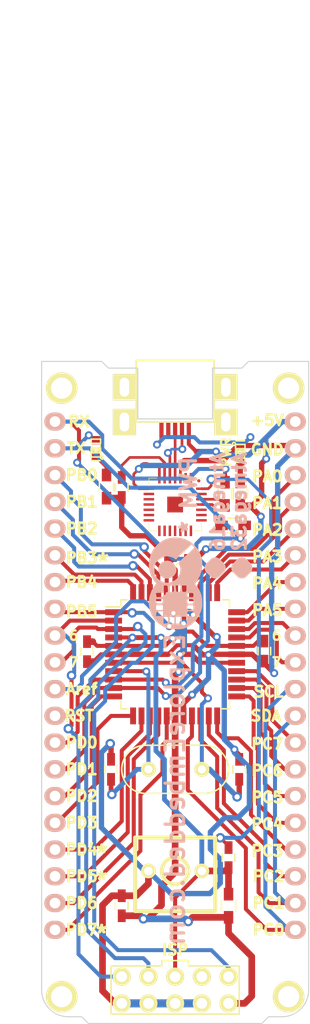
<source format=kicad_pcb>
(kicad_pcb (version 4) (host pcbnew "(2015-01-16 BZR 5376)-product")

  (general
    (links 94)
    (no_connects 0)
    (area 184.099999 104.724999 209.600001 167.690001)
    (thickness 1.6)
    (drawings 79)
    (tracks 617)
    (zones 0)
    (modules 30)
    (nets 71)
  )

  (page A3)
  (layers
    (0 F.Cu signal)
    (31 B.Cu signal)
    (32 B.Adhes user)
    (33 F.Adhes user)
    (34 B.Paste user)
    (35 F.Paste user)
    (36 B.SilkS user hide)
    (37 F.SilkS user)
    (38 B.Mask user)
    (39 F.Mask user)
    (40 Dwgs.User user)
    (41 Cmts.User user)
    (42 Eco1.User user)
    (43 Eco2.User user)
    (44 Edge.Cuts user)
  )

  (setup
    (last_trace_width 0.508)
    (user_trace_width 0.3048)
    (user_trace_width 0.381)
    (user_trace_width 0.4572)
    (user_trace_width 0.508)
    (user_trace_width 0.635)
    (user_trace_width 0.762)
    (user_trace_width 0.889)
    (user_trace_width 1.016)
    (user_trace_width 1.143)
    (user_trace_width 1.27)
    (trace_clearance 0.1651)
    (zone_clearance 0.508)
    (zone_45_only no)
    (trace_min 0.254)
    (segment_width 0.2)
    (edge_width 0.1)
    (via_size 0.889)
    (via_drill 0.635)
    (via_min_size 0.6)
    (via_min_drill 0.3)
    (user_via 0.76 0.4)
    (user_via 0.91 0.5)
    (user_via 1.11 0.7)
    (user_via 1.41 1)
    (uvia_size 0.508)
    (uvia_drill 0.127)
    (uvias_allowed no)
    (uvia_min_size 0.508)
    (uvia_min_drill 0.127)
    (pcb_text_width 0.3)
    (pcb_text_size 1.5 1.5)
    (mod_edge_width 0.15)
    (mod_text_size 1 1)
    (mod_text_width 0.15)
    (pad_size 3 3)
    (pad_drill 2)
    (pad_to_mask_clearance 0)
    (aux_axis_origin 0 0)
    (visible_elements 7FFEFFFF)
    (pcbplotparams
      (layerselection 0x00030_80000001)
      (usegerberextensions true)
      (excludeedgelayer true)
      (linewidth 0.150000)
      (plotframeref false)
      (viasonmask false)
      (mode 1)
      (useauxorigin false)
      (hpglpennumber 1)
      (hpglpenspeed 20)
      (hpglpendiameter 15)
      (hpglpenoverlay 2)
      (psnegative false)
      (psa4output false)
      (plotreference true)
      (plotvalue true)
      (plotinvisibletext false)
      (padsonsilk false)
      (subtractmaskfromsilk false)
      (outputformat 1)
      (mirror false)
      (drillshape 1)
      (scaleselection 1)
      (outputdirectory ""))
  )

  (net 0 "")
  (net 1 /+5V)
  (net 2 /MISO)
  (net 3 /MOSI)
  (net 4 /RX)
  (net 5 /SCK)
  (net 6 /TX)
  (net 7 /rst)
  (net 8 GND)
  (net 9 "Net-(C2-Pad2)")
  (net 10 "Net-(C3-Pad2)")
  (net 11 "Net-(D1-Pad1)")
  (net 12 "Net-(IC1-Pad21)")
  (net 13 "Net-(IC1-Pad22)")
  (net 14 "Net-(IC1-Pad23)")
  (net 15 "Net-(IC1-Pad24)")
  (net 16 "Net-(IC1-Pad25)")
  (net 17 "Net-(IC1-Pad26)")
  (net 18 "Net-(IC1-Pad33)")
  (net 19 "Net-(IC1-Pad34)")
  (net 20 "Net-(IC1-Pad35)")
  (net 21 "Net-(IC1-Pad36)")
  (net 22 "Net-(IC1-Pad37)")
  (net 23 "Net-(IC1-Pad40)")
  (net 24 "Net-(P1-Pad3)")
  (net 25 "Net-(D3-Pad2)")
  (net 26 "Net-(IC1-Pad12)")
  (net 27 "Net-(IC1-Pad13)")
  (net 28 "Net-(IC1-Pad14)")
  (net 29 "Net-(IC1-Pad15)")
  (net 30 "Net-(IC1-Pad16)")
  (net 31 "Net-(IC1-Pad30)")
  (net 32 "Net-(IC1-Pad31)")
  (net 33 "Net-(IC1-Pad32)")
  (net 34 "Net-(IC1-Pad41)")
  (net 35 "Net-(IC1-Pad42)")
  (net 36 "Net-(IC1-Pad43)")
  (net 37 "Net-(IC1-Pad44)")
  (net 38 "Net-(IC1-Pad11)")
  (net 39 /Aref)
  (net 40 /SCL)
  (net 41 /SDA)
  (net 42 "Net-(C8-Pad1)")
  (net 43 "Net-(C9-Pad2)")
  (net 44 "Net-(CON1-Pad2)")
  (net 45 "Net-(CON1-Pad3)")
  (net 46 "Net-(CON1-Pad4)")
  (net 47 "Net-(R5-Pad2)")
  (net 48 "Net-(U1-Pad2)")
  (net 49 "Net-(U1-Pad1)")
  (net 50 "Net-(U1-Pad27)")
  (net 51 "Net-(U1-Pad24)")
  (net 52 "Net-(U1-Pad23)")
  (net 53 "Net-(U1-Pad22)")
  (net 54 "Net-(U1-Pad21)")
  (net 55 "Net-(U1-Pad20)")
  (net 56 "Net-(U1-Pad18)")
  (net 57 "Net-(U1-Pad17)")
  (net 58 "Net-(U1-Pad16)")
  (net 59 "Net-(U1-Pad15)")
  (net 60 "Net-(U1-Pad14)")
  (net 61 "Net-(U1-Pad13)")
  (net 62 "Net-(U1-Pad12)")
  (net 63 "Net-(U1-Pad11)")
  (net 64 "Net-(U1-Pad10)")
  (net 65 "Net-(U1-Pad9)")
  (net 66 "Net-(P6-Pad1)")
  (net 67 "Net-(P8-Pad1)")
  (net 68 "Net-(P9-Pad1)")
  (net 69 "Net-(P10-Pad1)")
  (net 70 "Net-(R4-Pad2)")

  (net_class Default "This is the default net class."
    (clearance 0.1651)
    (trace_width 0.254)
    (via_dia 0.889)
    (via_drill 0.635)
    (uvia_dia 0.508)
    (uvia_drill 0.127)
    (add_net /+5V)
    (add_net /Aref)
    (add_net /MISO)
    (add_net /MOSI)
    (add_net /RX)
    (add_net /SCK)
    (add_net /SCL)
    (add_net /SDA)
    (add_net /TX)
    (add_net /rst)
    (add_net GND)
    (add_net "Net-(C2-Pad2)")
    (add_net "Net-(C3-Pad2)")
    (add_net "Net-(C8-Pad1)")
    (add_net "Net-(C9-Pad2)")
    (add_net "Net-(CON1-Pad2)")
    (add_net "Net-(CON1-Pad3)")
    (add_net "Net-(CON1-Pad4)")
    (add_net "Net-(D1-Pad1)")
    (add_net "Net-(D3-Pad2)")
    (add_net "Net-(IC1-Pad11)")
    (add_net "Net-(IC1-Pad12)")
    (add_net "Net-(IC1-Pad13)")
    (add_net "Net-(IC1-Pad14)")
    (add_net "Net-(IC1-Pad15)")
    (add_net "Net-(IC1-Pad16)")
    (add_net "Net-(IC1-Pad21)")
    (add_net "Net-(IC1-Pad22)")
    (add_net "Net-(IC1-Pad23)")
    (add_net "Net-(IC1-Pad24)")
    (add_net "Net-(IC1-Pad25)")
    (add_net "Net-(IC1-Pad26)")
    (add_net "Net-(IC1-Pad30)")
    (add_net "Net-(IC1-Pad31)")
    (add_net "Net-(IC1-Pad32)")
    (add_net "Net-(IC1-Pad33)")
    (add_net "Net-(IC1-Pad34)")
    (add_net "Net-(IC1-Pad35)")
    (add_net "Net-(IC1-Pad36)")
    (add_net "Net-(IC1-Pad37)")
    (add_net "Net-(IC1-Pad40)")
    (add_net "Net-(IC1-Pad41)")
    (add_net "Net-(IC1-Pad42)")
    (add_net "Net-(IC1-Pad43)")
    (add_net "Net-(IC1-Pad44)")
    (add_net "Net-(P1-Pad3)")
    (add_net "Net-(P10-Pad1)")
    (add_net "Net-(P6-Pad1)")
    (add_net "Net-(P8-Pad1)")
    (add_net "Net-(P9-Pad1)")
    (add_net "Net-(R4-Pad2)")
    (add_net "Net-(R5-Pad2)")
    (add_net "Net-(U1-Pad1)")
    (add_net "Net-(U1-Pad10)")
    (add_net "Net-(U1-Pad11)")
    (add_net "Net-(U1-Pad12)")
    (add_net "Net-(U1-Pad13)")
    (add_net "Net-(U1-Pad14)")
    (add_net "Net-(U1-Pad15)")
    (add_net "Net-(U1-Pad16)")
    (add_net "Net-(U1-Pad17)")
    (add_net "Net-(U1-Pad18)")
    (add_net "Net-(U1-Pad2)")
    (add_net "Net-(U1-Pad20)")
    (add_net "Net-(U1-Pad21)")
    (add_net "Net-(U1-Pad22)")
    (add_net "Net-(U1-Pad23)")
    (add_net "Net-(U1-Pad24)")
    (add_net "Net-(U1-Pad27)")
    (add_net "Net-(U1-Pad9)")
  )

  (module Connect:1pin (layer F.Cu) (tedit 579B674B) (tstamp 579B5A14)
    (at 186.055 107.315)
    (descr "module 1 pin (ou trou mecanique de percage)")
    (tags DEV)
    (path /579B5ADB)
    (fp_text reference P9 (at 0 -3.048) (layer F.SilkS) hide
      (effects (font (size 1 1) (thickness 0.15)))
    )
    (fp_text value CONN_01X01 (at 0 2.794) (layer F.Fab)
      (effects (font (size 1 1) (thickness 0.15)))
    )
    (pad 1 thru_hole circle (at 0 0) (size 3 3) (drill 2) (layers *.Cu *.Mask F.SilkS)
      (net 68 "Net-(P9-Pad1)"))
  )

  (module Connect:1pin (layer F.Cu) (tedit 579B674E) (tstamp 579B5A1A)
    (at 207.645 107.315)
    (descr "module 1 pin (ou trou mecanique de percage)")
    (tags DEV)
    (path /579B5B62)
    (fp_text reference P10 (at 0 -3.048) (layer F.SilkS) hide
      (effects (font (size 1 1) (thickness 0.15)))
    )
    (fp_text value CONN_01X01 (at 0 2.794) (layer F.Fab)
      (effects (font (size 1 1) (thickness 0.15)))
    )
    (pad 1 thru_hole circle (at 0 0) (size 3 3) (drill 2) (layers *.Cu *.Mask F.SilkS)
      (net 69 "Net-(P10-Pad1)"))
  )

  (module Connect:1pin (layer F.Cu) (tedit 579B6743) (tstamp 579B5A0E)
    (at 207.645 165.1)
    (descr "module 1 pin (ou trou mecanique de percage)")
    (tags DEV)
    (path /579B5B13)
    (fp_text reference P8 (at 0 -3.048) (layer F.SilkS) hide
      (effects (font (size 1 1) (thickness 0.15)))
    )
    (fp_text value CONN_01X01 (at 0 2.794) (layer F.Fab)
      (effects (font (size 1 1) (thickness 0.15)))
    )
    (pad 1 thru_hole circle (at 0 0) (size 3 3) (drill 2) (layers *.Cu *.Mask F.SilkS)
      (net 67 "Net-(P8-Pad1)"))
  )

  (module Connect:1pin (layer F.Cu) (tedit 579B6745) (tstamp 579B5A08)
    (at 186.055 165.1)
    (descr "module 1 pin (ou trou mecanique de percage)")
    (tags DEV)
    (path /579B5A72)
    (fp_text reference P6 (at 0 -3.048) (layer F.SilkS) hide
      (effects (font (size 1 1) (thickness 0.15)))
    )
    (fp_text value CONN_01X01 (at 0 2.794) (layer F.Fab)
      (effects (font (size 1 1) (thickness 0.15)))
    )
    (pad 1 thru_hole circle (at 0 0) (size 3 3) (drill 2) (layers *.Cu *.Mask F.SilkS)
      (net 66 "Net-(P6-Pad1)"))
  )

  (module Pin_Headers:Pin_Header_Straight_1x10 (layer B.Cu) (tedit 579605D3) (tstamp 5795D415)
    (at 208.28 158.75)
    (descr "Through hole pin header")
    (tags "pin header")
    (path /54F69C14)
    (fp_text reference P4 (at -3.048 0) (layer B.SilkS) hide
      (effects (font (size 1 1) (thickness 0.15)) (justify mirror))
    )
    (fp_text value CONN_10 (at 0 3.1) (layer B.Fab)
      (effects (font (size 1 1) (thickness 0.15)) (justify mirror))
    )
    (pad 1 thru_hole oval (at 0 0) (size 2.032 1.7272) (drill 1.016) (layers *.Cu *.Mask B.SilkS)
      (net 40 /SCL))
    (pad 2 thru_hole oval (at 0 -2.54) (size 2.032 1.7272) (drill 1.016) (layers *.Cu *.Mask B.SilkS)
      (net 41 /SDA))
    (pad 3 thru_hole oval (at 0 -5.08) (size 2.032 1.7272) (drill 1.016) (layers *.Cu *.Mask B.SilkS)
      (net 12 "Net-(IC1-Pad21)"))
    (pad 4 thru_hole oval (at 0 -7.62) (size 2.032 1.7272) (drill 1.016) (layers *.Cu *.Mask B.SilkS)
      (net 13 "Net-(IC1-Pad22)"))
    (pad 5 thru_hole oval (at 0 -10.16) (size 2.032 1.7272) (drill 1.016) (layers *.Cu *.Mask B.SilkS)
      (net 14 "Net-(IC1-Pad23)"))
    (pad 6 thru_hole oval (at 0 -12.7) (size 2.032 1.7272) (drill 1.016) (layers *.Cu *.Mask B.SilkS)
      (net 15 "Net-(IC1-Pad24)"))
    (pad 7 thru_hole oval (at 0 -15.24) (size 2.032 1.7272) (drill 1.016) (layers *.Cu *.Mask B.SilkS)
      (net 16 "Net-(IC1-Pad25)"))
    (pad 8 thru_hole oval (at 0 -17.78) (size 2.032 1.7272) (drill 1.016) (layers *.Cu *.Mask B.SilkS)
      (net 17 "Net-(IC1-Pad26)"))
    (pad 9 thru_hole oval (at 0 -20.32) (size 2.032 1.7272) (drill 1.016) (layers *.Cu *.Mask B.SilkS)
      (net 41 /SDA))
    (pad 10 thru_hole oval (at 0 -22.86) (size 2.032 1.7272) (drill 1.016) (layers *.Cu *.Mask B.SilkS)
      (net 40 /SCL))
    (model Pin_Headers/Pin_Header_Straight_1x10.wrl
      (at (xyz 0 -0.45 0))
      (scale (xyz 1 1 1))
      (rotate (xyz 0 0 90))
    )
  )

  (module Pin_Headers:Pin_Header_Straight_1x10 (layer B.Cu) (tedit 5795F62F) (tstamp 5795D3E5)
    (at 185.42 135.89 180)
    (descr "Through hole pin header")
    (tags "pin header")
    (path /54F69BEF)
    (fp_text reference P2 (at 0 5.1 180) (layer B.SilkS) hide
      (effects (font (size 1 1) (thickness 0.15)) (justify mirror))
    )
    (fp_text value CONN_10 (at 0 3.1 180) (layer B.Fab)
      (effects (font (size 1 1) (thickness 0.15)) (justify mirror))
    )
    (pad 1 thru_hole oval (at 0 0 180) (size 2.032 1.7272) (drill 1.016) (layers *.Cu *.Mask B.SilkS)
      (net 39 /Aref))
    (pad 2 thru_hole oval (at 0 -2.54 180) (size 2.032 1.7272) (drill 1.016) (layers *.Cu *.Mask B.SilkS)
      (net 7 /rst))
    (pad 3 thru_hole oval (at 0 -5.08 180) (size 2.032 1.7272) (drill 1.016) (layers *.Cu *.Mask B.SilkS)
      (net 4 /RX))
    (pad 4 thru_hole oval (at 0 -7.62 180) (size 2.032 1.7272) (drill 1.016) (layers *.Cu *.Mask B.SilkS)
      (net 6 /TX))
    (pad 5 thru_hole oval (at 0 -10.16 180) (size 2.032 1.7272) (drill 1.016) (layers *.Cu *.Mask B.SilkS)
      (net 38 "Net-(IC1-Pad11)"))
    (pad 6 thru_hole oval (at 0 -12.7 180) (size 2.032 1.7272) (drill 1.016) (layers *.Cu *.Mask B.SilkS)
      (net 26 "Net-(IC1-Pad12)"))
    (pad 7 thru_hole oval (at 0 -15.24 180) (size 2.032 1.7272) (drill 1.016) (layers *.Cu *.Mask B.SilkS)
      (net 27 "Net-(IC1-Pad13)"))
    (pad 8 thru_hole oval (at 0 -17.78 180) (size 2.032 1.7272) (drill 1.016) (layers *.Cu *.Mask B.SilkS)
      (net 28 "Net-(IC1-Pad14)"))
    (pad 9 thru_hole oval (at 0 -20.32 180) (size 2.032 1.7272) (drill 1.016) (layers *.Cu *.Mask B.SilkS)
      (net 29 "Net-(IC1-Pad15)"))
    (pad 10 thru_hole oval (at 0 -22.86 180) (size 2.032 1.7272) (drill 1.016) (layers *.Cu *.Mask B.SilkS)
      (net 30 "Net-(IC1-Pad16)"))
    (model Pin_Headers/Pin_Header_Straight_1x10.wrl
      (at (xyz 0 -0.45 0))
      (scale (xyz 1 1 1))
      (rotate (xyz 0 0 90))
    )
  )

  (module Pin_Headers:Pin_Header_Straight_1x10 (layer B.Cu) (tedit 579605CC) (tstamp 5795D3FD)
    (at 208.28 110.49 180)
    (descr "Through hole pin header")
    (tags "pin header")
    (path /54F1DC84)
    (fp_text reference P3 (at 1.778 1.27 180) (layer B.SilkS) hide
      (effects (font (size 1 1) (thickness 0.15)) (justify mirror))
    )
    (fp_text value CONN_10 (at 0 3.1 180) (layer B.Fab)
      (effects (font (size 1 1) (thickness 0.15)) (justify mirror))
    )
    (pad 1 thru_hole oval (at 0 0 180) (size 2.032 1.7272) (drill 1.016) (layers *.Cu *.Mask B.SilkS)
      (net 1 /+5V))
    (pad 2 thru_hole oval (at 0 -2.54 180) (size 2.032 1.7272) (drill 1.016) (layers *.Cu *.Mask B.SilkS)
      (net 8 GND))
    (pad 3 thru_hole oval (at 0 -5.08 180) (size 2.032 1.7272) (drill 1.016) (layers *.Cu *.Mask B.SilkS)
      (net 22 "Net-(IC1-Pad37)"))
    (pad 4 thru_hole oval (at 0 -7.62 180) (size 2.032 1.7272) (drill 1.016) (layers *.Cu *.Mask B.SilkS)
      (net 21 "Net-(IC1-Pad36)"))
    (pad 5 thru_hole oval (at 0 -10.16 180) (size 2.032 1.7272) (drill 1.016) (layers *.Cu *.Mask B.SilkS)
      (net 20 "Net-(IC1-Pad35)"))
    (pad 6 thru_hole oval (at 0 -12.7 180) (size 2.032 1.7272) (drill 1.016) (layers *.Cu *.Mask B.SilkS)
      (net 19 "Net-(IC1-Pad34)"))
    (pad 7 thru_hole oval (at 0 -15.24 180) (size 2.032 1.7272) (drill 1.016) (layers *.Cu *.Mask B.SilkS)
      (net 18 "Net-(IC1-Pad33)"))
    (pad 8 thru_hole oval (at 0 -17.78 180) (size 2.032 1.7272) (drill 1.016) (layers *.Cu *.Mask B.SilkS)
      (net 33 "Net-(IC1-Pad32)"))
    (pad 9 thru_hole oval (at 0 -20.32 180) (size 2.032 1.7272) (drill 1.016) (layers *.Cu *.Mask B.SilkS)
      (net 32 "Net-(IC1-Pad31)"))
    (pad 10 thru_hole oval (at 0 -22.86 180) (size 2.032 1.7272) (drill 1.016) (layers *.Cu *.Mask B.SilkS)
      (net 31 "Net-(IC1-Pad30)"))
    (model Pin_Headers/Pin_Header_Straight_1x10.wrl
      (at (xyz 0 -0.45 0))
      (scale (xyz 1 1 1))
      (rotate (xyz 0 0 90))
    )
  )

  (module Pin_Headers:Pin_Header_Straight_1x10 (layer B.Cu) (tedit 579605D0) (tstamp 5795FE3D)
    (at 185.42 110.49 180)
    (descr "Through hole pin header")
    (tags "pin header")
    (path /54F1DC1E)
    (fp_text reference P5 (at -2.032 0.762 180) (layer B.SilkS) hide
      (effects (font (size 1 1) (thickness 0.15)) (justify mirror))
    )
    (fp_text value CONN_10 (at 0 3.1 180) (layer B.Fab)
      (effects (font (size 1 1) (thickness 0.15)) (justify mirror))
    )
    (pad 1 thru_hole oval (at 0 0 180) (size 2.032 1.7272) (drill 1.016) (layers *.Cu *.Mask B.SilkS)
      (net 4 /RX))
    (pad 2 thru_hole oval (at 0 -2.54 180) (size 2.032 1.7272) (drill 1.016) (layers *.Cu *.Mask B.SilkS)
      (net 6 /TX))
    (pad 3 thru_hole oval (at 0 -5.08 180) (size 2.032 1.7272) (drill 1.016) (layers *.Cu *.Mask B.SilkS)
      (net 23 "Net-(IC1-Pad40)"))
    (pad 4 thru_hole oval (at 0 -7.62 180) (size 2.032 1.7272) (drill 1.016) (layers *.Cu *.Mask B.SilkS)
      (net 34 "Net-(IC1-Pad41)"))
    (pad 5 thru_hole oval (at 0 -10.16 180) (size 2.032 1.7272) (drill 1.016) (layers *.Cu *.Mask B.SilkS)
      (net 35 "Net-(IC1-Pad42)"))
    (pad 6 thru_hole oval (at 0 -12.7 180) (size 2.032 1.7272) (drill 1.016) (layers *.Cu *.Mask B.SilkS)
      (net 36 "Net-(IC1-Pad43)"))
    (pad 7 thru_hole oval (at 0 -15.24 180) (size 2.032 1.7272) (drill 1.016) (layers *.Cu *.Mask B.SilkS)
      (net 37 "Net-(IC1-Pad44)"))
    (pad 8 thru_hole oval (at 0 -17.78 180) (size 2.032 1.7272) (drill 1.016) (layers *.Cu *.Mask B.SilkS)
      (net 3 /MOSI))
    (pad 9 thru_hole oval (at 0 -20.32 180) (size 2.032 1.7272) (drill 1.016) (layers *.Cu *.Mask B.SilkS)
      (net 2 /MISO))
    (pad 10 thru_hole oval (at 0 -22.86 180) (size 2.032 1.7272) (drill 1.016) (layers *.Cu *.Mask B.SilkS)
      (net 5 /SCK))
    (model Pin_Headers/Pin_Header_Straight_1x10.wrl
      (at (xyz 0 -0.45 0))
      (scale (xyz 1 1 1))
      (rotate (xyz 0 0 90))
    )
  )

  (module Pin_Headers:Pin_Header_Straight_2x05 (layer F.Cu) (tedit 5795F63F) (tstamp 5795FB5C)
    (at 201.93 163.195 270)
    (descr "Through hole pin header")
    (tags "pin header")
    (path /54F1C123)
    (fp_text reference P1 (at 0 -5.1 270) (layer F.SilkS) hide
      (effects (font (size 1 1) (thickness 0.15)))
    )
    (fp_text value CONN_5X2 (at 0 -3.1 270) (layer F.Fab)
      (effects (font (size 1 1) (thickness 0.15)))
    )
    (fp_line (start -1.524 6.096) (end -1.524 6.35) (layer F.SilkS) (width 0.15))
    (fp_line (start -1.524 6.35) (end -1.016 6.35) (layer F.SilkS) (width 0.15))
    (fp_line (start -1.016 6.35) (end -1.016 11.176) (layer F.SilkS) (width 0.15))
    (fp_line (start -1.524 4.064) (end -1.524 3.81) (layer F.SilkS) (width 0.15))
    (fp_line (start -1.524 3.81) (end -1.016 3.81) (layer F.SilkS) (width 0.15))
    (fp_line (start -1.016 3.81) (end -1.016 -1.016) (layer F.SilkS) (width 0.15))
    (fp_line (start -1.524 4.064) (end -1.524 6.096) (layer F.SilkS) (width 0.15))
    (fp_line (start -1.016 -1.016) (end 3.556 -1.016) (layer F.SilkS) (width 0.15))
    (fp_line (start 3.556 -1.016) (end 3.556 11.176) (layer F.SilkS) (width 0.15))
    (fp_line (start 3.556 11.176) (end -1.016 11.176) (layer F.SilkS) (width 0.15))
    (pad 1 thru_hole oval (at 0 0 270) (size 1.7272 1.7272) (drill 1.016) (layers *.Cu *.Mask F.SilkS)
      (net 3 /MOSI))
    (pad 2 thru_hole oval (at 2.54 0 270) (size 1.7272 1.7272) (drill 1.016) (layers *.Cu *.Mask F.SilkS)
      (net 1 /+5V))
    (pad 3 thru_hole oval (at 0 2.54 270) (size 1.7272 1.7272) (drill 1.016) (layers *.Cu *.Mask F.SilkS)
      (net 24 "Net-(P1-Pad3)"))
    (pad 4 thru_hole oval (at 2.54 2.54 270) (size 1.7272 1.7272) (drill 1.016) (layers *.Cu *.Mask F.SilkS)
      (net 8 GND))
    (pad 5 thru_hole oval (at 0 5.08 270) (size 1.7272 1.7272) (drill 1.016) (layers *.Cu *.Mask F.SilkS)
      (net 7 /rst))
    (pad 6 thru_hole oval (at 2.54 5.08 270) (size 1.7272 1.7272) (drill 1.016) (layers *.Cu *.Mask F.SilkS)
      (net 8 GND))
    (pad 7 thru_hole oval (at 0 7.62 270) (size 1.7272 1.7272) (drill 1.016) (layers *.Cu *.Mask F.SilkS)
      (net 5 /SCK))
    (pad 8 thru_hole oval (at 2.54 7.62 270) (size 1.7272 1.7272) (drill 1.016) (layers *.Cu *.Mask F.SilkS)
      (net 8 GND))
    (pad 9 thru_hole oval (at 0 10.16 270) (size 1.7272 1.7272) (drill 1.016) (layers *.Cu *.Mask F.SilkS)
      (net 2 /MISO))
    (pad 10 thru_hole oval (at 2.54 10.16 270) (size 1.7272 1.7272) (drill 1.016) (layers *.Cu *.Mask F.SilkS)
      (net 8 GND))
    (model Pin_Headers/Pin_Header_Straight_2x05.wrl
      (at (xyz 0.05 -0.2 0))
      (scale (xyz 1 1 1))
      (rotate (xyz 0 0 90))
    )
  )

  (module Capacitors_SMD:C_0603_HandSoldering (layer F.Cu) (tedit 5795F61A) (tstamp 5795D30B)
    (at 202.946 143.51 270)
    (descr "Capacitor SMD 0603, hand soldering")
    (tags "capacitor 0603")
    (path /54F1C167)
    (attr smd)
    (fp_text reference C2 (at 0 -1.9 270) (layer F.SilkS) hide
      (effects (font (size 1 1) (thickness 0.15)))
    )
    (fp_text value 22pF (at 0 1.9 270) (layer F.Fab)
      (effects (font (size 1 1) (thickness 0.15)))
    )
    (fp_line (start -1.85 -0.75) (end 1.85 -0.75) (layer F.CrtYd) (width 0.05))
    (fp_line (start -1.85 0.75) (end 1.85 0.75) (layer F.CrtYd) (width 0.05))
    (fp_line (start -1.85 -0.75) (end -1.85 0.75) (layer F.CrtYd) (width 0.05))
    (fp_line (start 1.85 -0.75) (end 1.85 0.75) (layer F.CrtYd) (width 0.05))
    (fp_line (start -0.35 -0.6) (end 0.35 -0.6) (layer F.SilkS) (width 0.15))
    (fp_line (start 0.35 0.6) (end -0.35 0.6) (layer F.SilkS) (width 0.15))
    (pad 1 smd rect (at -0.95 0 270) (size 1.2 0.75) (layers F.Cu F.Paste F.Mask)
      (net 8 GND))
    (pad 2 smd rect (at 0.95 0 270) (size 1.2 0.75) (layers F.Cu F.Paste F.Mask)
      (net 9 "Net-(C2-Pad2)"))
    (model Capacitors_SMD.3dshapes/C_0603_HandSoldering.wrl
      (at (xyz 0 0 0))
      (scale (xyz 1 1 1))
      (rotate (xyz 0 0 0))
    )
  )

  (module Capacitors_SMD:C_0603_HandSoldering (layer F.Cu) (tedit 5795F617) (tstamp 5795D316)
    (at 190.754 143.51 270)
    (descr "Capacitor SMD 0603, hand soldering")
    (tags "capacitor 0603")
    (path /54F1C106)
    (attr smd)
    (fp_text reference C3 (at 0 -1.9 270) (layer F.SilkS) hide
      (effects (font (size 1 1) (thickness 0.15)))
    )
    (fp_text value 22pF (at 0 1.9 270) (layer F.Fab)
      (effects (font (size 1 1) (thickness 0.15)))
    )
    (fp_line (start -1.85 -0.75) (end 1.85 -0.75) (layer F.CrtYd) (width 0.05))
    (fp_line (start -1.85 0.75) (end 1.85 0.75) (layer F.CrtYd) (width 0.05))
    (fp_line (start -1.85 -0.75) (end -1.85 0.75) (layer F.CrtYd) (width 0.05))
    (fp_line (start 1.85 -0.75) (end 1.85 0.75) (layer F.CrtYd) (width 0.05))
    (fp_line (start -0.35 -0.6) (end 0.35 -0.6) (layer F.SilkS) (width 0.15))
    (fp_line (start 0.35 0.6) (end -0.35 0.6) (layer F.SilkS) (width 0.15))
    (pad 1 smd rect (at -0.95 0 270) (size 1.2 0.75) (layers F.Cu F.Paste F.Mask)
      (net 8 GND))
    (pad 2 smd rect (at 0.95 0 270) (size 1.2 0.75) (layers F.Cu F.Paste F.Mask)
      (net 10 "Net-(C3-Pad2)"))
    (model Capacitors_SMD.3dshapes/C_0603_HandSoldering.wrl
      (at (xyz 0 0 0))
      (scale (xyz 1 1 1))
      (rotate (xyz 0 0 0))
    )
  )

  (module Capacitors_SMD:C_0603_HandSoldering (layer F.Cu) (tedit 5795F660) (tstamp 5795D321)
    (at 205.3336 132.2832 270)
    (descr "Capacitor SMD 0603, hand soldering")
    (tags "capacitor 0603")
    (path /54F1C148)
    (attr smd)
    (fp_text reference C4 (at 0 -1.9 270) (layer F.SilkS) hide
      (effects (font (size 1 1) (thickness 0.15)))
    )
    (fp_text value 0.1uF (at 0 1.9 270) (layer F.Fab)
      (effects (font (size 1 1) (thickness 0.15)))
    )
    (fp_line (start -1.85 -0.75) (end 1.85 -0.75) (layer F.CrtYd) (width 0.05))
    (fp_line (start -1.85 0.75) (end 1.85 0.75) (layer F.CrtYd) (width 0.05))
    (fp_line (start -1.85 -0.75) (end -1.85 0.75) (layer F.CrtYd) (width 0.05))
    (fp_line (start 1.85 -0.75) (end 1.85 0.75) (layer F.CrtYd) (width 0.05))
    (fp_line (start -0.35 -0.6) (end 0.35 -0.6) (layer F.SilkS) (width 0.15))
    (fp_line (start 0.35 0.6) (end -0.35 0.6) (layer F.SilkS) (width 0.15))
    (pad 1 smd rect (at -0.95 0 270) (size 1.2 0.75) (layers F.Cu F.Paste F.Mask)
      (net 39 /Aref))
    (pad 2 smd rect (at 0.95 0 270) (size 1.2 0.75) (layers F.Cu F.Paste F.Mask)
      (net 8 GND))
    (model Capacitors_SMD.3dshapes/C_0603_HandSoldering.wrl
      (at (xyz 0 0 0))
      (scale (xyz 1 1 1))
      (rotate (xyz 0 0 0))
    )
  )

  (module Capacitors_SMD:C_0603_HandSoldering (layer F.Cu) (tedit 5795F659) (tstamp 5795D32C)
    (at 197.358 123.444 180)
    (descr "Capacitor SMD 0603, hand soldering")
    (tags "capacitor 0603")
    (path /54F1C1A0)
    (attr smd)
    (fp_text reference C5 (at 0 -1.9 180) (layer F.SilkS) hide
      (effects (font (size 1 1) (thickness 0.15)))
    )
    (fp_text value 0.1uF (at 0 1.9 180) (layer F.Fab)
      (effects (font (size 1 1) (thickness 0.15)))
    )
    (fp_line (start -1.85 -0.75) (end 1.85 -0.75) (layer F.CrtYd) (width 0.05))
    (fp_line (start -1.85 0.75) (end 1.85 0.75) (layer F.CrtYd) (width 0.05))
    (fp_line (start -1.85 -0.75) (end -1.85 0.75) (layer F.CrtYd) (width 0.05))
    (fp_line (start 1.85 -0.75) (end 1.85 0.75) (layer F.CrtYd) (width 0.05))
    (fp_line (start -0.35 -0.6) (end 0.35 -0.6) (layer F.SilkS) (width 0.15))
    (fp_line (start 0.35 0.6) (end -0.35 0.6) (layer F.SilkS) (width 0.15))
    (pad 1 smd rect (at -0.95 0 180) (size 1.2 0.75) (layers F.Cu F.Paste F.Mask)
      (net 1 /+5V))
    (pad 2 smd rect (at 0.95 0 180) (size 1.2 0.75) (layers F.Cu F.Paste F.Mask)
      (net 8 GND))
    (model Capacitors_SMD.3dshapes/C_0603_HandSoldering.wrl
      (at (xyz 0 0 0))
      (scale (xyz 1 1 1))
      (rotate (xyz 0 0 0))
    )
  )

  (module Capacitors_SMD:C_0603_HandSoldering (layer F.Cu) (tedit 5795F65C) (tstamp 5795D337)
    (at 188.468 132.334 270)
    (descr "Capacitor SMD 0603, hand soldering")
    (tags "capacitor 0603")
    (path /54F1C154)
    (attr smd)
    (fp_text reference C6 (at 0 -1.9 270) (layer F.SilkS) hide
      (effects (font (size 1 1) (thickness 0.15)))
    )
    (fp_text value 0.1uF (at 0 1.9 270) (layer F.Fab)
      (effects (font (size 1 1) (thickness 0.15)))
    )
    (fp_line (start -1.85 -0.75) (end 1.85 -0.75) (layer F.CrtYd) (width 0.05))
    (fp_line (start -1.85 0.75) (end 1.85 0.75) (layer F.CrtYd) (width 0.05))
    (fp_line (start -1.85 -0.75) (end -1.85 0.75) (layer F.CrtYd) (width 0.05))
    (fp_line (start 1.85 -0.75) (end 1.85 0.75) (layer F.CrtYd) (width 0.05))
    (fp_line (start -0.35 -0.6) (end 0.35 -0.6) (layer F.SilkS) (width 0.15))
    (fp_line (start 0.35 0.6) (end -0.35 0.6) (layer F.SilkS) (width 0.15))
    (pad 1 smd rect (at -0.95 0 270) (size 1.2 0.75) (layers F.Cu F.Paste F.Mask)
      (net 1 /+5V))
    (pad 2 smd rect (at 0.95 0 270) (size 1.2 0.75) (layers F.Cu F.Paste F.Mask)
      (net 8 GND))
    (model Capacitors_SMD.3dshapes/C_0603_HandSoldering.wrl
      (at (xyz 0 0 0))
      (scale (xyz 1 1 1))
      (rotate (xyz 0 0 0))
    )
  )

  (module EE:LED-0603_NEW (layer F.Cu) (tedit 5795F649) (tstamp 5795D342)
    (at 203.0476 113.5126 90)
    (descr "LED 0603 smd package")
    (tags "LED led 0603 SMD smd SMT smt smdled SMDLED smtled SMTLED")
    (path /54F94C1A)
    (attr smd)
    (fp_text reference D1 (at 0 -1.016 90) (layer F.SilkS) hide
      (effects (font (size 0.6 0.6) (thickness 0.15)))
    )
    (fp_text value LED (at -0.004144 1.514001 90) (layer F.SilkS) hide
      (effects (font (size 1 1) (thickness 0.15)))
    )
    (fp_line (start 1.2 -0.4) (end 1.2 0.4) (layer F.SilkS) (width 0.15))
    (fp_circle (center 0.9 -0.6) (end 1 -0.7) (layer F.SilkS) (width 0.15))
    (fp_line (start 0.44958 -0.44958) (end 0.44958 0.44958) (layer F.SilkS) (width 0.15))
    (fp_line (start 0.44958 0.44958) (end 0.84836 0.44958) (layer F.SilkS) (width 0.15))
    (fp_line (start 0.84836 -0.44958) (end 0.84836 0.44958) (layer F.SilkS) (width 0.15))
    (fp_line (start 0.44958 -0.44958) (end 0.84836 -0.44958) (layer F.SilkS) (width 0.15))
    (fp_line (start -0.84836 -0.44958) (end -0.84836 0.44958) (layer F.SilkS) (width 0.15))
    (fp_line (start -0.84836 0.44958) (end -0.44958 0.44958) (layer F.SilkS) (width 0.15))
    (fp_line (start -0.44958 -0.44958) (end -0.44958 0.44958) (layer F.SilkS) (width 0.15))
    (fp_line (start -0.84836 -0.44958) (end -0.44958 -0.44958) (layer F.SilkS) (width 0.15))
    (fp_line (start 0 -0.44958) (end 0 -0.29972) (layer F.SilkS) (width 0.15))
    (fp_line (start 0 -0.29972) (end 0.29972 -0.29972) (layer F.SilkS) (width 0.15))
    (fp_line (start 0.29972 -0.44958) (end 0.29972 -0.29972) (layer F.SilkS) (width 0.15))
    (fp_line (start 0 -0.44958) (end 0.29972 -0.44958) (layer F.SilkS) (width 0.15))
    (fp_line (start 0 0.29972) (end 0 0.44958) (layer F.SilkS) (width 0.15))
    (fp_line (start 0 0.44958) (end 0.29972 0.44958) (layer F.SilkS) (width 0.15))
    (fp_line (start 0.29972 0.29972) (end 0.29972 0.44958) (layer F.SilkS) (width 0.15))
    (fp_line (start 0 0.29972) (end 0.29972 0.29972) (layer F.SilkS) (width 0.15))
    (fp_line (start 0 -0.14986) (end 0 0.14986) (layer F.SilkS) (width 0.15))
    (fp_line (start 0 0.14986) (end 0.29972 0.14986) (layer F.SilkS) (width 0.15))
    (fp_line (start 0.29972 -0.14986) (end 0.29972 0.14986) (layer F.SilkS) (width 0.15))
    (fp_line (start 0 -0.14986) (end 0.29972 -0.14986) (layer F.SilkS) (width 0.15))
    (fp_line (start 0.44958 -0.39878) (end -0.44958 -0.39878) (layer F.SilkS) (width 0.15))
    (fp_line (start 0.44958 0.39878) (end -0.44958 0.39878) (layer F.SilkS) (width 0.15))
    (pad 1 smd rect (at -0.7493 0 90) (size 0.79756 0.79756) (layers F.Cu F.Paste F.Mask)
      (net 11 "Net-(D1-Pad1)"))
    (pad 2 smd rect (at 0.7493 0 90) (size 0.79756 0.79756) (layers F.Cu F.Paste F.Mask)
      (net 8 GND))
  )

  (module EE:LED-0603_NEW (layer F.Cu) (tedit 5795F645) (tstamp 5795D37C)
    (at 189.3062 113.0046 270)
    (descr "LED 0603 smd package")
    (tags "LED led 0603 SMD smd SMT smt smdled SMDLED smtled SMTLED")
    (path /5514EDCE)
    (attr smd)
    (fp_text reference D3 (at 0 -1.016 270) (layer F.SilkS) hide
      (effects (font (size 0.6 0.6) (thickness 0.15)))
    )
    (fp_text value LED (at -0.004144 1.514001 270) (layer F.SilkS) hide
      (effects (font (size 1 1) (thickness 0.15)))
    )
    (fp_line (start 1.2 -0.4) (end 1.2 0.4) (layer F.SilkS) (width 0.15))
    (fp_circle (center 0.9 -0.6) (end 1 -0.7) (layer F.SilkS) (width 0.15))
    (fp_line (start 0.44958 -0.44958) (end 0.44958 0.44958) (layer F.SilkS) (width 0.15))
    (fp_line (start 0.44958 0.44958) (end 0.84836 0.44958) (layer F.SilkS) (width 0.15))
    (fp_line (start 0.84836 -0.44958) (end 0.84836 0.44958) (layer F.SilkS) (width 0.15))
    (fp_line (start 0.44958 -0.44958) (end 0.84836 -0.44958) (layer F.SilkS) (width 0.15))
    (fp_line (start -0.84836 -0.44958) (end -0.84836 0.44958) (layer F.SilkS) (width 0.15))
    (fp_line (start -0.84836 0.44958) (end -0.44958 0.44958) (layer F.SilkS) (width 0.15))
    (fp_line (start -0.44958 -0.44958) (end -0.44958 0.44958) (layer F.SilkS) (width 0.15))
    (fp_line (start -0.84836 -0.44958) (end -0.44958 -0.44958) (layer F.SilkS) (width 0.15))
    (fp_line (start 0 -0.44958) (end 0 -0.29972) (layer F.SilkS) (width 0.15))
    (fp_line (start 0 -0.29972) (end 0.29972 -0.29972) (layer F.SilkS) (width 0.15))
    (fp_line (start 0.29972 -0.44958) (end 0.29972 -0.29972) (layer F.SilkS) (width 0.15))
    (fp_line (start 0 -0.44958) (end 0.29972 -0.44958) (layer F.SilkS) (width 0.15))
    (fp_line (start 0 0.29972) (end 0 0.44958) (layer F.SilkS) (width 0.15))
    (fp_line (start 0 0.44958) (end 0.29972 0.44958) (layer F.SilkS) (width 0.15))
    (fp_line (start 0.29972 0.29972) (end 0.29972 0.44958) (layer F.SilkS) (width 0.15))
    (fp_line (start 0 0.29972) (end 0.29972 0.29972) (layer F.SilkS) (width 0.15))
    (fp_line (start 0 -0.14986) (end 0 0.14986) (layer F.SilkS) (width 0.15))
    (fp_line (start 0 0.14986) (end 0.29972 0.14986) (layer F.SilkS) (width 0.15))
    (fp_line (start 0.29972 -0.14986) (end 0.29972 0.14986) (layer F.SilkS) (width 0.15))
    (fp_line (start 0 -0.14986) (end 0.29972 -0.14986) (layer F.SilkS) (width 0.15))
    (fp_line (start 0.44958 -0.39878) (end -0.44958 -0.39878) (layer F.SilkS) (width 0.15))
    (fp_line (start 0.44958 0.39878) (end -0.44958 0.39878) (layer F.SilkS) (width 0.15))
    (pad 1 smd rect (at -0.7493 0 270) (size 0.79756 0.79756) (layers F.Cu F.Paste F.Mask)
      (net 6 /TX))
    (pad 2 smd rect (at 0.7493 0 270) (size 0.79756 0.79756) (layers F.Cu F.Paste F.Mask)
      (net 25 "Net-(D3-Pad2)"))
  )

  (module Resistors_SMD:R_0603_HandSoldering (layer F.Cu) (tedit 5795F613) (tstamp 5795D45A)
    (at 201.93 156.464 270)
    (descr "Resistor SMD 0603, hand soldering")
    (tags "resistor 0603")
    (path /54F1C18C)
    (attr smd)
    (fp_text reference R1 (at 0 -1.9 270) (layer F.SilkS) hide
      (effects (font (size 1 1) (thickness 0.15)))
    )
    (fp_text value 10K (at 0 1.9 270) (layer F.Fab)
      (effects (font (size 1 1) (thickness 0.15)))
    )
    (fp_line (start -2 -0.8) (end 2 -0.8) (layer F.CrtYd) (width 0.05))
    (fp_line (start -2 0.8) (end 2 0.8) (layer F.CrtYd) (width 0.05))
    (fp_line (start -2 -0.8) (end -2 0.8) (layer F.CrtYd) (width 0.05))
    (fp_line (start 2 -0.8) (end 2 0.8) (layer F.CrtYd) (width 0.05))
    (fp_line (start 0.5 0.675) (end -0.5 0.675) (layer F.SilkS) (width 0.15))
    (fp_line (start -0.5 -0.675) (end 0.5 -0.675) (layer F.SilkS) (width 0.15))
    (pad 1 smd rect (at -1.1 0 270) (size 1.2 0.9) (layers F.Cu F.Paste F.Mask)
      (net 7 /rst))
    (pad 2 smd rect (at 1.1 0 270) (size 1.2 0.9) (layers F.Cu F.Paste F.Mask)
      (net 1 /+5V))
    (model Resistors_SMD.3dshapes/R_0603_HandSoldering.wrl
      (at (xyz 0 0 0))
      (scale (xyz 1 1 1))
      (rotate (xyz 0 0 0))
    )
  )

  (module Resistors_SMD:R_0603_HandSoldering (layer F.Cu) (tedit 5795F64E) (tstamp 5795ED6D)
    (at 203.0476 117.3226 90)
    (descr "Resistor SMD 0603, hand soldering")
    (tags "resistor 0603")
    (path /54F94C0B)
    (attr smd)
    (fp_text reference R2 (at 0 -1.9 90) (layer F.SilkS) hide
      (effects (font (size 1 1) (thickness 0.15)))
    )
    (fp_text value 470r (at 0 1.9 90) (layer F.Fab)
      (effects (font (size 1 1) (thickness 0.15)))
    )
    (fp_line (start -2 -0.8) (end 2 -0.8) (layer F.CrtYd) (width 0.05))
    (fp_line (start -2 0.8) (end 2 0.8) (layer F.CrtYd) (width 0.05))
    (fp_line (start -2 -0.8) (end -2 0.8) (layer F.CrtYd) (width 0.05))
    (fp_line (start 2 -0.8) (end 2 0.8) (layer F.CrtYd) (width 0.05))
    (fp_line (start 0.5 0.675) (end -0.5 0.675) (layer F.SilkS) (width 0.15))
    (fp_line (start -0.5 -0.675) (end 0.5 -0.675) (layer F.SilkS) (width 0.15))
    (pad 1 smd rect (at -1.1 0 90) (size 1.2 0.9) (layers F.Cu F.Paste F.Mask)
      (net 1 /+5V))
    (pad 2 smd rect (at 1.1 0 90) (size 1.2 0.9) (layers F.Cu F.Paste F.Mask)
      (net 11 "Net-(D1-Pad1)"))
    (model Resistors_SMD.3dshapes/R_0603_HandSoldering.wrl
      (at (xyz 0 0 0))
      (scale (xyz 1 1 1))
      (rotate (xyz 0 0 0))
    )
  )

  (module Resistors_SMD:R_0603_HandSoldering (layer F.Cu) (tedit 5795F651) (tstamp 5795D470)
    (at 190.3222 116.6622 270)
    (descr "Resistor SMD 0603, hand soldering")
    (tags "resistor 0603")
    (path /5514EDD4)
    (attr smd)
    (fp_text reference R3 (at 0 -1.9 270) (layer F.SilkS) hide
      (effects (font (size 1 1) (thickness 0.15)))
    )
    (fp_text value 470r (at 0 1.9 270) (layer F.Fab)
      (effects (font (size 1 1) (thickness 0.15)))
    )
    (fp_line (start -2 -0.8) (end 2 -0.8) (layer F.CrtYd) (width 0.05))
    (fp_line (start -2 0.8) (end 2 0.8) (layer F.CrtYd) (width 0.05))
    (fp_line (start -2 -0.8) (end -2 0.8) (layer F.CrtYd) (width 0.05))
    (fp_line (start 2 -0.8) (end 2 0.8) (layer F.CrtYd) (width 0.05))
    (fp_line (start 0.5 0.675) (end -0.5 0.675) (layer F.SilkS) (width 0.15))
    (fp_line (start -0.5 -0.675) (end 0.5 -0.675) (layer F.SilkS) (width 0.15))
    (pad 1 smd rect (at -1.1 0 270) (size 1.2 0.9) (layers F.Cu F.Paste F.Mask)
      (net 25 "Net-(D3-Pad2)"))
    (pad 2 smd rect (at 1.1 0 270) (size 1.2 0.9) (layers F.Cu F.Paste F.Mask)
      (net 8 GND))
    (model Resistors_SMD.3dshapes/R_0603_HandSoldering.wrl
      (at (xyz 0 0 0))
      (scale (xyz 1 1 1))
      (rotate (xyz 0 0 0))
    )
  )

  (module EE:SW_PUSH_SMALL_2pin_3D_xl (layer F.Cu) (tedit 5795F672) (tstamp 5795D47B)
    (at 196.85 153.162 180)
    (path /54F1C130)
    (fp_text reference SW1 (at 0.04572 -2.40284 180) (layer F.SilkS) hide
      (effects (font (size 1.016 1.016) (thickness 0.254)))
    )
    (fp_text value rst (at -1.00076 1.00076 180) (layer F.SilkS) hide
      (effects (font (size 1.016 1.016) (thickness 0.254)))
    )
    (fp_line (start 0 -3.81) (end 3.81 -3.81) (layer F.SilkS) (width 0.381))
    (fp_line (start 3.81 -3.81) (end 3.81 3.175) (layer F.SilkS) (width 0.381))
    (fp_line (start 3.81 3.175) (end -3.81 3.175) (layer F.SilkS) (width 0.381))
    (fp_line (start -3.81 3.175) (end -3.81 -3.81) (layer F.SilkS) (width 0.381))
    (fp_line (start -3.81 -3.81) (end 0 -3.81) (layer F.SilkS) (width 0.381))
    (fp_circle (center 0 0) (end 1.27 0) (layer F.SilkS) (width 0.381))
    (pad 1 thru_hole circle (at -2.54 0 180) (size 1.397 1.397) (drill 0.8128) (layers *.Cu *.Mask F.SilkS)
      (net 7 /rst))
    (pad 2 thru_hole circle (at 2.54 0 180) (size 1.397 1.397) (drill 0.8128) (layers *.Cu *.Mask F.SilkS)
      (net 8 GND))
    (model discret\push_butt_shape1_blue.wrl
      (at (xyz 0 0 0))
      (scale (xyz 0.6 0.6 0.6))
      (rotate (xyz 0 0 0))
    )
  )

  (module Crystals:HC-49V (layer F.Cu) (tedit 5795F61E) (tstamp 5795D486)
    (at 194.31 143.51)
    (descr "Quartz boitier HC-49 Vertical")
    (tags "QUARTZ DEV")
    (path /54F1C16D)
    (fp_text reference X1 (at 0 -3.175) (layer F.SilkS) hide
      (effects (font (size 1 1) (thickness 0.15)))
    )
    (fp_text value 16Mhz (at 0 3.175) (layer F.Fab)
      (effects (font (size 1 1) (thickness 0.15)))
    )
    (fp_line (start 5.35 2.8) (end -0.25 2.8) (layer F.CrtYd) (width 0.05))
    (fp_line (start -0.25 -2.8) (end 5.35 -2.8) (layer F.CrtYd) (width 0.05))
    (fp_arc (start -0.25 0) (end -0.25 2.8) (angle 180) (layer F.CrtYd) (width 0.05))
    (fp_arc (start 5.35 0) (end 5.35 -2.8) (angle 180) (layer F.CrtYd) (width 0.05))
    (fp_arc (start 5.334 0) (end 5.334 -2.286) (angle 180) (layer F.SilkS) (width 0.15))
    (fp_arc (start -0.254 0) (end -0.254 2.286) (angle 180) (layer F.SilkS) (width 0.15))
    (fp_line (start -0.254 2.286) (end 5.334 2.286) (layer F.SilkS) (width 0.15))
    (fp_line (start -0.254 -2.286) (end 5.334 -2.286) (layer F.SilkS) (width 0.15))
    (pad 1 thru_hole circle (at 0 0) (size 1.4224 1.4224) (drill 0.762) (layers *.Cu *.Mask F.SilkS)
      (net 10 "Net-(C3-Pad2)"))
    (pad 2 thru_hole circle (at 5.08 0) (size 1.4224 1.4224) (drill 0.762) (layers *.Cu *.Mask F.SilkS)
      (net 9 "Net-(C2-Pad2)"))
    (model discret/HC-49V.wrl
      (at (xyz 0.1 0 0))
      (scale (xyz 1 1 0.2))
      (rotate (xyz 0 0 0))
    )
  )

  (module Housings_QFP:LQFP-44_10x10mm_Pitch0.8mm (layer F.Cu) (tedit 5795F654) (tstamp 5795F6F0)
    (at 196.85 132.588)
    (descr "LQFP44 (see Appnote_PCB_Guidelines_TRINAMIC_packages.pdf)")
    (tags "QFP 0.8")
    (path /57962DE1)
    (attr smd)
    (fp_text reference IC1 (at 0 -7.65) (layer F.SilkS) hide
      (effects (font (size 1 1) (thickness 0.15)))
    )
    (fp_text value ATMEGA32-A (at 0 7.65) (layer F.Fab)
      (effects (font (size 1 1) (thickness 0.15)))
    )
    (fp_line (start -6.9 -6.9) (end -6.9 6.9) (layer F.CrtYd) (width 0.05))
    (fp_line (start 6.9 -6.9) (end 6.9 6.9) (layer F.CrtYd) (width 0.05))
    (fp_line (start -6.9 -6.9) (end 6.9 -6.9) (layer F.CrtYd) (width 0.05))
    (fp_line (start -6.9 6.9) (end 6.9 6.9) (layer F.CrtYd) (width 0.05))
    (fp_line (start -5.175 -5.175) (end -5.175 -4.505) (layer F.SilkS) (width 0.15))
    (fp_line (start 5.175 -5.175) (end 5.175 -4.505) (layer F.SilkS) (width 0.15))
    (fp_line (start 5.175 5.175) (end 5.175 4.505) (layer F.SilkS) (width 0.15))
    (fp_line (start -5.175 5.175) (end -5.175 4.505) (layer F.SilkS) (width 0.15))
    (fp_line (start -5.175 -5.175) (end -4.505 -5.175) (layer F.SilkS) (width 0.15))
    (fp_line (start -5.175 5.175) (end -4.505 5.175) (layer F.SilkS) (width 0.15))
    (fp_line (start 5.175 5.175) (end 4.505 5.175) (layer F.SilkS) (width 0.15))
    (fp_line (start 5.175 -5.175) (end 4.505 -5.175) (layer F.SilkS) (width 0.15))
    (fp_line (start -5.175 -4.505) (end -6.65 -4.505) (layer F.SilkS) (width 0.15))
    (pad 1 smd rect (at -5.85 -4) (size 1.6 0.56) (layers F.Cu F.Paste F.Mask)
      (net 3 /MOSI))
    (pad 2 smd rect (at -5.85 -3.2) (size 1.6 0.56) (layers F.Cu F.Paste F.Mask)
      (net 2 /MISO))
    (pad 3 smd rect (at -5.85 -2.4) (size 1.6 0.56) (layers F.Cu F.Paste F.Mask)
      (net 5 /SCK))
    (pad 4 smd rect (at -5.85 -1.6) (size 1.6 0.56) (layers F.Cu F.Paste F.Mask)
      (net 7 /rst))
    (pad 5 smd rect (at -5.85 -0.8) (size 1.6 0.56) (layers F.Cu F.Paste F.Mask)
      (net 1 /+5V))
    (pad 6 smd rect (at -5.85 0) (size 1.6 0.56) (layers F.Cu F.Paste F.Mask)
      (net 8 GND))
    (pad 7 smd rect (at -5.85 0.8) (size 1.6 0.56) (layers F.Cu F.Paste F.Mask)
      (net 9 "Net-(C2-Pad2)"))
    (pad 8 smd rect (at -5.85 1.6) (size 1.6 0.56) (layers F.Cu F.Paste F.Mask)
      (net 10 "Net-(C3-Pad2)"))
    (pad 9 smd rect (at -5.85 2.4) (size 1.6 0.56) (layers F.Cu F.Paste F.Mask)
      (net 4 /RX))
    (pad 10 smd rect (at -5.85 3.2) (size 1.6 0.56) (layers F.Cu F.Paste F.Mask)
      (net 6 /TX))
    (pad 11 smd rect (at -5.85 4) (size 1.6 0.56) (layers F.Cu F.Paste F.Mask)
      (net 38 "Net-(IC1-Pad11)"))
    (pad 12 smd rect (at -4 5.85 90) (size 1.6 0.56) (layers F.Cu F.Paste F.Mask)
      (net 26 "Net-(IC1-Pad12)"))
    (pad 13 smd rect (at -3.2 5.85 90) (size 1.6 0.56) (layers F.Cu F.Paste F.Mask)
      (net 27 "Net-(IC1-Pad13)"))
    (pad 14 smd rect (at -2.4 5.85 90) (size 1.6 0.56) (layers F.Cu F.Paste F.Mask)
      (net 28 "Net-(IC1-Pad14)"))
    (pad 15 smd rect (at -1.6 5.85 90) (size 1.6 0.56) (layers F.Cu F.Paste F.Mask)
      (net 29 "Net-(IC1-Pad15)"))
    (pad 16 smd rect (at -0.8 5.85 90) (size 1.6 0.56) (layers F.Cu F.Paste F.Mask)
      (net 30 "Net-(IC1-Pad16)"))
    (pad 17 smd rect (at 0 5.85 90) (size 1.6 0.56) (layers F.Cu F.Paste F.Mask)
      (net 1 /+5V))
    (pad 18 smd rect (at 0.8 5.85 90) (size 1.6 0.56) (layers F.Cu F.Paste F.Mask)
      (net 8 GND))
    (pad 19 smd rect (at 1.6 5.85 90) (size 1.6 0.56) (layers F.Cu F.Paste F.Mask)
      (net 40 /SCL))
    (pad 20 smd rect (at 2.4 5.85 90) (size 1.6 0.56) (layers F.Cu F.Paste F.Mask)
      (net 41 /SDA))
    (pad 21 smd rect (at 3.2 5.85 90) (size 1.6 0.56) (layers F.Cu F.Paste F.Mask)
      (net 12 "Net-(IC1-Pad21)"))
    (pad 22 smd rect (at 4 5.85 90) (size 1.6 0.56) (layers F.Cu F.Paste F.Mask)
      (net 13 "Net-(IC1-Pad22)"))
    (pad 23 smd rect (at 5.85 4) (size 1.6 0.56) (layers F.Cu F.Paste F.Mask)
      (net 14 "Net-(IC1-Pad23)"))
    (pad 24 smd rect (at 5.85 3.2) (size 1.6 0.56) (layers F.Cu F.Paste F.Mask)
      (net 15 "Net-(IC1-Pad24)"))
    (pad 25 smd rect (at 5.85 2.4) (size 1.6 0.56) (layers F.Cu F.Paste F.Mask)
      (net 16 "Net-(IC1-Pad25)"))
    (pad 26 smd rect (at 5.85 1.6) (size 1.6 0.56) (layers F.Cu F.Paste F.Mask)
      (net 17 "Net-(IC1-Pad26)"))
    (pad 27 smd rect (at 5.85 0.8) (size 1.6 0.56) (layers F.Cu F.Paste F.Mask)
      (net 1 /+5V))
    (pad 28 smd rect (at 5.85 0) (size 1.6 0.56) (layers F.Cu F.Paste F.Mask)
      (net 8 GND))
    (pad 29 smd rect (at 5.85 -0.8) (size 1.6 0.56) (layers F.Cu F.Paste F.Mask)
      (net 39 /Aref))
    (pad 30 smd rect (at 5.85 -1.6) (size 1.6 0.56) (layers F.Cu F.Paste F.Mask)
      (net 31 "Net-(IC1-Pad30)"))
    (pad 31 smd rect (at 5.85 -2.4) (size 1.6 0.56) (layers F.Cu F.Paste F.Mask)
      (net 32 "Net-(IC1-Pad31)"))
    (pad 32 smd rect (at 5.85 -3.2) (size 1.6 0.56) (layers F.Cu F.Paste F.Mask)
      (net 33 "Net-(IC1-Pad32)"))
    (pad 33 smd rect (at 5.85 -4) (size 1.6 0.56) (layers F.Cu F.Paste F.Mask)
      (net 18 "Net-(IC1-Pad33)"))
    (pad 34 smd rect (at 4 -5.85 90) (size 1.6 0.56) (layers F.Cu F.Paste F.Mask)
      (net 19 "Net-(IC1-Pad34)"))
    (pad 35 smd rect (at 3.2 -5.85 90) (size 1.6 0.56) (layers F.Cu F.Paste F.Mask)
      (net 20 "Net-(IC1-Pad35)"))
    (pad 36 smd rect (at 2.4 -5.85 90) (size 1.6 0.56) (layers F.Cu F.Paste F.Mask)
      (net 21 "Net-(IC1-Pad36)"))
    (pad 37 smd rect (at 1.6 -5.85 90) (size 1.6 0.56) (layers F.Cu F.Paste F.Mask)
      (net 22 "Net-(IC1-Pad37)"))
    (pad 38 smd rect (at 0.8 -5.85 90) (size 1.6 0.56) (layers F.Cu F.Paste F.Mask)
      (net 1 /+5V))
    (pad 39 smd rect (at 0 -5.85 90) (size 1.6 0.56) (layers F.Cu F.Paste F.Mask)
      (net 8 GND))
    (pad 40 smd rect (at -0.8 -5.85 90) (size 1.6 0.56) (layers F.Cu F.Paste F.Mask)
      (net 23 "Net-(IC1-Pad40)"))
    (pad 41 smd rect (at -1.6 -5.85 90) (size 1.6 0.56) (layers F.Cu F.Paste F.Mask)
      (net 34 "Net-(IC1-Pad41)"))
    (pad 42 smd rect (at -2.4 -5.85 90) (size 1.6 0.56) (layers F.Cu F.Paste F.Mask)
      (net 35 "Net-(IC1-Pad42)"))
    (pad 43 smd rect (at -3.2 -5.85 90) (size 1.6 0.56) (layers F.Cu F.Paste F.Mask)
      (net 36 "Net-(IC1-Pad43)"))
    (pad 44 smd rect (at -4 -5.85 90) (size 1.6 0.56) (layers F.Cu F.Paste F.Mask)
      (net 37 "Net-(IC1-Pad44)"))
    (model Housings_QFP/LQFP-44_10x10mm_Pitch0.8mm.wrl
      (at (xyz 0 0 0))
      (scale (xyz 1 1 1))
      (rotate (xyz 0 0 0))
    )
  )

  (module Logo_new:Logo_8 (layer B.Cu) (tedit 57963174) (tstamp 579631B5)
    (at 196.85 125.73 270)
    (path /57965A0D)
    (fp_text reference P7 (at 0 0 270) (layer B.SilkS) hide
      (effects (font (size 0.381 0.381) (thickness 0.127)) (justify mirror))
    )
    (fp_text value CONN_01X01 (at 0 0 270) (layer B.SilkS) hide
      (effects (font (size 0.381 0.381) (thickness 0.127)) (justify mirror))
    )
    (fp_poly (pts (xy 4.48564 -0.0635) (xy 4.47802 -0.39116) (xy 4.46278 -0.62484) (xy 4.42722 -0.80518)
      (xy 4.37134 -0.97028) (xy 4.32816 -1.06426) (xy 4.02844 -1.56464) (xy 3.94462 -1.65354)
      (xy 3.94462 1.09728) (xy 3.61696 1.09728) (xy 3.42392 1.09474) (xy 3.32994 1.06934)
      (xy 3.29438 1.0033) (xy 3.2893 0.9144) (xy 3.30708 0.75184) (xy 3.37566 0.6731)
      (xy 3.52552 0.65532) (xy 3.64236 0.6604) (xy 3.81 0.68072) (xy 3.89128 0.73406)
      (xy 3.91922 0.8509) (xy 3.9243 0.889) (xy 3.94462 1.09728) (xy 3.94462 -1.65354)
      (xy 3.937 -1.6637) (xy 3.937 -1.09474) (xy 3.937 -0.87122) (xy 3.937 -0.64516)
      (xy 3.937 -0.51562) (xy 3.937 -0.28956) (xy 3.937 -0.0635) (xy 3.937 0.06604)
      (xy 3.937 0.28956) (xy 3.937 0.51562) (xy 3.61442 0.51562) (xy 3.2893 0.51562)
      (xy 3.2893 0.28956) (xy 3.2893 0.06604) (xy 3.61442 0.06604) (xy 3.937 0.06604)
      (xy 3.937 -0.0635) (xy 3.61442 -0.0635) (xy 3.2893 -0.0635) (xy 3.2893 -0.28956)
      (xy 3.2893 -0.51562) (xy 3.61442 -0.51562) (xy 3.937 -0.51562) (xy 3.937 -0.64516)
      (xy 3.61442 -0.64516) (xy 3.2893 -0.64516) (xy 3.2893 -0.87122) (xy 3.2893 -1.09474)
      (xy 3.61442 -1.09474) (xy 3.937 -1.09474) (xy 3.937 -1.6637) (xy 3.65506 -1.96342)
      (xy 3.2258 -2.25044) (xy 3.2258 -1.45288) (xy 3.2258 1.16078) (xy 3.2258 1.48844)
      (xy 3.2258 1.8161) (xy 3.01752 1.79578) (xy 2.89052 1.77546) (xy 2.82448 1.71958)
      (xy 2.79654 1.59512) (xy 2.78638 1.46812) (xy 2.7686 1.16078) (xy 2.9972 1.16078)
      (xy 3.2258 1.16078) (xy 3.2258 -1.45288) (xy 3.22072 -1.27254) (xy 3.1877 -1.18872)
      (xy 3.10134 -1.16078) (xy 2.99974 -1.16078) (xy 2.86004 -1.16586) (xy 2.79654 -1.2065)
      (xy 2.77622 -1.3208) (xy 2.77622 -1.45288) (xy 2.77876 -1.63068) (xy 2.81178 -1.71196)
      (xy 2.89814 -1.7399) (xy 2.99974 -1.74244) (xy 3.13944 -1.73482) (xy 3.20548 -1.69418)
      (xy 3.22326 -1.57988) (xy 3.2258 -1.45288) (xy 3.2258 -2.25044) (xy 3.19532 -2.2733)
      (xy 2.794 -2.4511) (xy 2.64668 -2.49428) (xy 2.64668 -1.45288) (xy 2.64668 1.16078)
      (xy 2.64668 1.48336) (xy 2.64668 1.80848) (xy 2.42062 1.80848) (xy 2.19456 1.80848)
      (xy 2.19456 1.48336) (xy 2.19456 1.16078) (xy 2.42062 1.16078) (xy 2.64668 1.16078)
      (xy 2.64668 -1.45288) (xy 2.63906 -1.27254) (xy 2.60604 -1.18872) (xy 2.51968 -1.16078)
      (xy 2.42062 -1.16078) (xy 2.28092 -1.16586) (xy 2.21488 -1.2065) (xy 2.19456 -1.3208)
      (xy 2.19456 -1.45288) (xy 2.19964 -1.63068) (xy 2.23266 -1.71196) (xy 2.31902 -1.7399)
      (xy 2.42062 -1.74244) (xy 2.55778 -1.73482) (xy 2.62382 -1.69418) (xy 2.64414 -1.57988)
      (xy 2.64668 -1.45288) (xy 2.64668 -2.49428) (xy 2.55778 -2.52476) (xy 2.34696 -2.5654)
      (xy 2.10058 -2.57556) (xy 2.04978 -2.57302) (xy 2.04978 -1.45288) (xy 2.0447 -1.27254)
      (xy 2.032 -1.2319) (xy 2.032 1.37414) (xy 2.032 1.48336) (xy 2.02692 1.6637)
      (xy 1.99136 1.7526) (xy 1.90246 1.78562) (xy 1.82372 1.79578) (xy 1.61544 1.8161)
      (xy 1.61544 1.48336) (xy 1.61544 1.15316) (xy 1.82372 1.17602) (xy 1.95326 1.1938)
      (xy 2.01168 1.24714) (xy 2.032 1.37414) (xy 2.032 -1.2319) (xy 2.01676 -1.18872)
      (xy 1.9304 -1.16078) (xy 1.83388 -1.16078) (xy 1.69672 -1.16586) (xy 1.63322 -1.20904)
      (xy 1.61544 -1.32334) (xy 1.61544 -1.45288) (xy 1.61798 -1.63068) (xy 1.651 -1.71196)
      (xy 1.73736 -1.7399) (xy 1.8288 -1.74244) (xy 1.96088 -1.73482) (xy 2.02438 -1.6891)
      (xy 2.0447 -1.5748) (xy 2.04978 -1.45288) (xy 2.04978 -2.57302) (xy 1.81864 -2.56794)
      (xy 1.4986 -2.54508) (xy 1.43764 -2.53238) (xy 1.43764 -1.58242) (xy 1.4351 -1.5494)
      (xy 1.4351 1.7272) (xy 1.39192 1.7653) (xy 1.26238 1.79324) (xy 1.24714 1.79324)
      (xy 1.03886 1.8161) (xy 1.02108 1.44272) (xy 1.00076 1.06934) (xy 0.96774 1.07188)
      (xy 0.96774 1.38684) (xy 0.96774 1.64592) (xy 0.93726 1.67894) (xy 0.90424 1.64592)
      (xy 0.93726 1.61544) (xy 0.96774 1.64592) (xy 0.96774 1.38684) (xy 0.93726 1.41986)
      (xy 0.90424 1.38684) (xy 0.93726 1.35382) (xy 0.96774 1.38684) (xy 0.96774 1.07188)
      (xy 0.66294 1.08966) (xy 0.46482 1.09728) (xy 0.36322 1.0795) (xy 0.32766 1.02108)
      (xy 0.32258 0.9144) (xy 0.33274 0.78994) (xy 0.38862 0.72898) (xy 0.52578 0.70358)
      (xy 0.5969 0.6985) (xy 0.80772 0.68834) (xy 0.91948 0.70358) (xy 0.96266 0.75692)
      (xy 0.96774 0.81026) (xy 0.99568 0.89154) (xy 1.016 0.89662) (xy 1.16586 0.9017)
      (xy 1.21666 0.98298) (xy 1.2065 1.03378) (xy 1.20904 1.13538) (xy 1.29794 1.16078)
      (xy 1.37922 1.18618) (xy 1.41224 1.28016) (xy 1.41986 1.41986) (xy 1.4224 1.59766)
      (xy 1.43256 1.71196) (xy 1.4351 1.7272) (xy 1.4351 -1.5494) (xy 1.43002 -1.45288)
      (xy 1.4097 -1.27254) (xy 1.36652 -1.18618) (xy 1.28016 -1.16078) (xy 1.2192 -1.16078)
      (xy 1.1049 -1.1684) (xy 1.05156 -1.2192) (xy 1.03378 -1.3462) (xy 1.03378 -1.45288)
      (xy 1.03632 -1.63068) (xy 1.06934 -1.71196) (xy 1.1557 -1.7399) (xy 1.24206 -1.74244)
      (xy 1.36906 -1.73482) (xy 1.42748 -1.69418) (xy 1.43764 -1.58242) (xy 1.43764 -2.53238)
      (xy 1.2573 -2.50444) (xy 1.03632 -2.43332) (xy 0.97536 -2.40284) (xy 0.97536 0.51562)
      (xy 0.65024 0.51562) (xy 0.4572 0.51308) (xy 0.36068 0.48768) (xy 0.32766 0.42164)
      (xy 0.32258 0.3302) (xy 0.34036 0.19812) (xy 0.41402 0.12954) (xy 0.56642 0.1016)
      (xy 0.7366 0.10414) (xy 0.87884 0.127) (xy 0.9398 0.20574) (xy 0.95504 0.31242)
      (xy 0.97536 0.51562) (xy 0.97536 -2.40284) (xy 0.93726 -2.3876) (xy 0.93726 -0.87122)
      (xy 0.93726 -0.28956) (xy 0.9271 -0.17272) (xy 0.87884 -0.11176) (xy 0.75438 -0.08636)
      (xy 0.62992 -0.0762) (xy 0.32258 -0.05588) (xy 0.32258 -0.28956) (xy 0.32258 -0.52324)
      (xy 0.62992 -0.50292) (xy 0.81534 -0.48514) (xy 0.90424 -0.44958) (xy 0.93218 -0.37084)
      (xy 0.93726 -0.28956) (xy 0.93726 -0.87122) (xy 0.9271 -0.75184) (xy 0.87884 -0.69342)
      (xy 0.75438 -0.66548) (xy 0.62992 -0.65532) (xy 0.32258 -0.63754) (xy 0.32258 -0.87122)
      (xy 0.32258 -1.10236) (xy 0.62992 -1.08458) (xy 0.81534 -1.0668) (xy 0.90424 -1.0287)
      (xy 0.93218 -0.94996) (xy 0.93726 -0.87122) (xy 0.93726 -2.3876) (xy 0.8255 -2.3368)
      (xy 0.59944 -2.21488) (xy 0.41148 -2.0955) (xy 0.29718 -2.00406) (xy 0.22606 -1.93802)
      (xy 0.16002 -1.92278) (xy 0.06604 -1.96342) (xy 0.06604 0.72898) (xy 0.02286 1.0795)
      (xy -0.12192 1.41224) (xy -0.3683 1.70434) (xy -0.50546 1.81356) (xy -0.65532 1.89992)
      (xy -0.81788 1.94818) (xy -1.03886 1.96596) (xy -1.19888 1.9685) (xy -1.45288 1.96342)
      (xy -1.6256 1.94056) (xy -1.76022 1.88214) (xy -1.89992 1.78054) (xy -1.91262 1.77038)
      (xy -2.13106 1.5494) (xy -2.30886 1.27508) (xy -2.42316 0.99568) (xy -2.4511 0.81026)
      (xy -2.42316 0.54864) (xy -2.35458 0.28956) (xy -2.25552 0.08636) (xy -2.2098 0.02794)
      (xy -2.14376 -0.05334) (xy -2.16916 -0.11938) (xy -2.26314 -0.19304) (xy -2.36474 -0.28448)
      (xy -2.53238 -0.44958) (xy -2.74066 -0.66294) (xy -2.96926 -0.90678) (xy -2.9972 -0.93726)
      (xy -3.57378 -1.56464) (xy -3.41884 -1.6891) (xy -3.2639 -1.8161) (xy -2.83972 -1.37668)
      (xy -2.61366 -1.13538) (xy -2.38506 -0.89154) (xy -2.19456 -0.67818) (xy -2.15138 -0.62738)
      (xy -1.88722 -0.32004) (xy -1.65608 -0.4191) (xy -1.28016 -0.508) (xy -0.89662 -0.47244)
      (xy -0.7239 -0.41656) (xy -0.38608 -0.21336) (xy -0.14224 0.06096) (xy 0.01016 0.381)
      (xy 0.06604 0.72898) (xy 0.06604 -1.96342) (xy 0.0635 -1.96596) (xy -0.1016 -2.07772)
      (xy -0.11684 -2.09296) (xy -0.58928 -2.35458) (xy -1.11252 -2.51968) (xy -1.65608 -2.58572)
      (xy -2.18694 -2.54762) (xy -2.58064 -2.4384) (xy -3.09372 -2.17932) (xy -3.52552 -1.83134)
      (xy -3.8608 -1.40716) (xy -4.09702 -0.92202) (xy -4.22656 -0.3937) (xy -4.23926 0.17018)
      (xy -4.19608 0.46482) (xy -4.08432 0.88392) (xy -3.9116 1.24206) (xy -3.6576 1.58242)
      (xy -3.54076 1.71196) (xy -3.13436 2.05486) (xy -2.66446 2.30632) (xy -2.15646 2.45364)
      (xy -1.63068 2.50444) (xy -1.10998 2.4511) (xy -0.61214 2.29616) (xy -0.16256 2.03708)
      (xy -0.06096 1.9558) (xy 0.127 1.79832) (xy 0.33782 1.9558) (xy 0.80264 2.24028)
      (xy 1.3208 2.42062) (xy 1.54178 2.4638) (xy 2.10312 2.49936) (xy 2.64414 2.41046)
      (xy 3.1496 2.21488) (xy 3.60172 1.91516) (xy 3.98526 1.51638) (xy 4.28244 1.03632)
      (xy 4.28498 1.03378) (xy 4.37642 0.83058) (xy 4.43484 0.6604) (xy 4.46786 0.48006)
      (xy 4.48056 0.254) (xy 4.48564 -0.0635) (xy 4.48564 -0.0635)) (layer B.SilkS) (width 0.00254))
    (fp_poly (pts (xy -0.33528 0.8763) (xy -0.35306 0.58166) (xy -0.45974 0.3048) (xy -0.64262 0.0762)
      (xy -0.88646 -0.0762) (xy -1.16078 -0.127) (xy -1.32842 -0.09906) (xy -1.52146 -0.02794)
      (xy -1.54178 -0.01524) (xy -1.80594 0.18288) (xy -1.97104 0.43434) (xy -2.03708 0.71882)
      (xy -2.00406 1.00838) (xy -1.8669 1.27508) (xy -1.63068 1.49352) (xy -1.60274 1.5113)
      (xy -1.32842 1.60528) (xy -1.03378 1.59512) (xy -0.75184 1.49352) (xy -0.5207 1.31064)
      (xy -0.42164 1.1684) (xy -0.33528 0.8763) (xy -0.33528 0.8763)) (layer B.SilkS) (width 0.00254))
  )

  (module Capacitors_SMD:C_0603_HandSoldering (layer F.Cu) (tedit 579B67E1) (tstamp 579B267D)
    (at 191.77 156.464 270)
    (descr "Capacitor SMD 0603, hand soldering")
    (tags "capacitor 0603")
    (path /579B3250)
    (attr smd)
    (fp_text reference C7 (at 0 -1.9 270) (layer F.SilkS) hide
      (effects (font (size 1 1) (thickness 0.15)))
    )
    (fp_text value 0.1uF (at 0 1.9 270) (layer F.Fab)
      (effects (font (size 1 1) (thickness 0.15)))
    )
    (fp_line (start -1.85 -0.75) (end 1.85 -0.75) (layer F.CrtYd) (width 0.05))
    (fp_line (start -1.85 0.75) (end 1.85 0.75) (layer F.CrtYd) (width 0.05))
    (fp_line (start -1.85 -0.75) (end -1.85 0.75) (layer F.CrtYd) (width 0.05))
    (fp_line (start 1.85 -0.75) (end 1.85 0.75) (layer F.CrtYd) (width 0.05))
    (fp_line (start -0.35 -0.6) (end 0.35 -0.6) (layer F.SilkS) (width 0.15))
    (fp_line (start 0.35 0.6) (end -0.35 0.6) (layer F.SilkS) (width 0.15))
    (pad 1 smd rect (at -0.95 0 270) (size 1.2 0.75) (layers F.Cu F.Paste F.Mask)
      (net 8 GND))
    (pad 2 smd rect (at 0.95 0 270) (size 1.2 0.75) (layers F.Cu F.Paste F.Mask)
      (net 1 /+5V))
    (model Capacitors_SMD.3dshapes/C_0603_HandSoldering.wrl
      (at (xyz 0 0 0))
      (scale (xyz 1 1 1))
      (rotate (xyz 0 0 0))
    )
  )

  (module Capacitors_SMD:C_0603_HandSoldering (layer F.Cu) (tedit 579B67DD) (tstamp 579B2689)
    (at 191.77 116.7384 270)
    (descr "Capacitor SMD 0603, hand soldering")
    (tags "capacitor 0603")
    (path /579B2BB0)
    (attr smd)
    (fp_text reference C8 (at 0 -1.9 270) (layer F.SilkS) hide
      (effects (font (size 1 1) (thickness 0.15)))
    )
    (fp_text value 0.1uF (at 0 1.9 270) (layer F.Fab)
      (effects (font (size 1 1) (thickness 0.15)))
    )
    (fp_line (start -1.85 -0.75) (end 1.85 -0.75) (layer F.CrtYd) (width 0.05))
    (fp_line (start -1.85 0.75) (end 1.85 0.75) (layer F.CrtYd) (width 0.05))
    (fp_line (start -1.85 -0.75) (end -1.85 0.75) (layer F.CrtYd) (width 0.05))
    (fp_line (start 1.85 -0.75) (end 1.85 0.75) (layer F.CrtYd) (width 0.05))
    (fp_line (start -0.35 -0.6) (end 0.35 -0.6) (layer F.SilkS) (width 0.15))
    (fp_line (start 0.35 0.6) (end -0.35 0.6) (layer F.SilkS) (width 0.15))
    (pad 1 smd rect (at -0.95 0 270) (size 1.2 0.75) (layers F.Cu F.Paste F.Mask)
      (net 42 "Net-(C8-Pad1)"))
    (pad 2 smd rect (at 0.95 0 270) (size 1.2 0.75) (layers F.Cu F.Paste F.Mask)
      (net 8 GND))
    (model Capacitors_SMD.3dshapes/C_0603_HandSoldering.wrl
      (at (xyz 0 0 0))
      (scale (xyz 1 1 1))
      (rotate (xyz 0 0 0))
    )
  )

  (module Capacitors_SMD:C_0603_HandSoldering (layer F.Cu) (tedit 579B67E4) (tstamp 579B2695)
    (at 201.93 151.892 90)
    (descr "Capacitor SMD 0603, hand soldering")
    (tags "capacitor 0603")
    (path /579B4297)
    (attr smd)
    (fp_text reference C9 (at 0 -1.9 90) (layer F.SilkS) hide
      (effects (font (size 1 1) (thickness 0.15)))
    )
    (fp_text value 0.1uF (at 0 1.9 90) (layer F.Fab)
      (effects (font (size 1 1) (thickness 0.15)))
    )
    (fp_line (start -1.85 -0.75) (end 1.85 -0.75) (layer F.CrtYd) (width 0.05))
    (fp_line (start -1.85 0.75) (end 1.85 0.75) (layer F.CrtYd) (width 0.05))
    (fp_line (start -1.85 -0.75) (end -1.85 0.75) (layer F.CrtYd) (width 0.05))
    (fp_line (start 1.85 -0.75) (end 1.85 0.75) (layer F.CrtYd) (width 0.05))
    (fp_line (start -0.35 -0.6) (end 0.35 -0.6) (layer F.SilkS) (width 0.15))
    (fp_line (start 0.35 0.6) (end -0.35 0.6) (layer F.SilkS) (width 0.15))
    (pad 1 smd rect (at -0.95 0 90) (size 1.2 0.75) (layers F.Cu F.Paste F.Mask)
      (net 7 /rst))
    (pad 2 smd rect (at 0.95 0 90) (size 1.2 0.75) (layers F.Cu F.Paste F.Mask)
      (net 43 "Net-(C9-Pad2)"))
    (model Capacitors_SMD.3dshapes/C_0603_HandSoldering.wrl
      (at (xyz 0 0 0))
      (scale (xyz 1 1 1))
      (rotate (xyz 0 0 0))
    )
  )

  (module EE:USB_Micro-B_SMD_NEW (layer F.Cu) (tedit 579B6884) (tstamp 579B26A6)
    (at 196.85 111.125 270)
    (descr "Micro USB Type B Receptacle")
    (tags "USB, micro, type B, receptacle")
    (path /579B2506)
    (fp_text reference CON1 (at -2.921 -4.572 270) (layer F.SilkS) hide
      (effects (font (size 0.6 0.6) (thickness 0.15)))
    )
    (fp_text value USB-MINI-B (at -3 7.5 270) (layer F.SilkS) hide
      (effects (font (size 1 1) (thickness 0.15)))
    )
    (fp_line (start -0.6 -3.7) (end -6.45 -3.7) (layer F.SilkS) (width 0.15))
    (fp_line (start -6.45 3.7) (end -6.45 -3.7) (layer F.SilkS) (width 0.15))
    (fp_line (start -0.6 3.6) (end -0.6 -3.7) (layer F.SilkS) (width 0.15))
    (fp_line (start -0.6 3.7) (end -6.45 3.7) (layer F.SilkS) (width 0.15))
    (pad 1 smd rect (at 0.1 -1.3 270) (size 1.5 0.4) (layers F.Cu F.Paste F.Mask)
      (net 1 /+5V))
    (pad 2 smd rect (at 0.1 -0.65 270) (size 1.5 0.4) (layers F.Cu F.Paste F.Mask)
      (net 44 "Net-(CON1-Pad2)"))
    (pad 3 smd rect (at 0.1 0 270) (size 1.5 0.4) (layers F.Cu F.Paste F.Mask)
      (net 45 "Net-(CON1-Pad3)"))
    (pad 4 smd rect (at 0.1 0.65 270) (size 1.5 0.4) (layers F.Cu F.Paste F.Mask)
      (net 46 "Net-(CON1-Pad4)"))
    (pad 5 smd rect (at 0.1 1.3 270) (size 1.5 0.4) (layers F.Cu F.Paste F.Mask)
      (net 8 GND))
    (pad "" thru_hole rect (at -0.6 -4.825 270) (size 2.5 2.2) (drill oval 1.8 0.9) (layers *.Cu *.Mask F.SilkS))
    (pad "" thru_hole rect (at -3.9 -4.825 270) (size 2.5 2.2) (drill oval 1.8 0.9) (layers *.Cu *.Mask F.SilkS))
    (pad "" thru_hole rect (at -0.6 4.825 270) (size 2.5 2.2) (drill oval 1.8 0.9) (layers *.Cu *.Mask F.SilkS))
    (pad "" thru_hole rect (at -3.9 4.825 270) (size 2.5 2.2) (drill oval 1.8 0.9) (layers *.Cu *.Mask F.SilkS))
  )

  (module Resistors_SMD:R_0603_HandSoldering (layer F.Cu) (tedit 579B6806) (tstamp 579B26BE)
    (at 201.5998 117.348 270)
    (descr "Resistor SMD 0603, hand soldering")
    (tags "resistor 0603")
    (path /579B3A3A)
    (attr smd)
    (fp_text reference R5 (at 0 -1.9 270) (layer F.SilkS) hide
      (effects (font (size 1 1) (thickness 0.15)))
    )
    (fp_text value 470 (at 0 1.9 270) (layer F.Fab)
      (effects (font (size 1 1) (thickness 0.15)))
    )
    (fp_line (start -2 -0.8) (end 2 -0.8) (layer F.CrtYd) (width 0.05))
    (fp_line (start -2 0.8) (end 2 0.8) (layer F.CrtYd) (width 0.05))
    (fp_line (start -2 -0.8) (end -2 0.8) (layer F.CrtYd) (width 0.05))
    (fp_line (start 2 -0.8) (end 2 0.8) (layer F.CrtYd) (width 0.05))
    (fp_line (start 0.5 0.675) (end -0.5 0.675) (layer F.SilkS) (width 0.15))
    (fp_line (start -0.5 -0.675) (end 0.5 -0.675) (layer F.SilkS) (width 0.15))
    (pad 1 smd rect (at -1.1 0 270) (size 1.2 0.9) (layers F.Cu F.Paste F.Mask)
      (net 4 /RX))
    (pad 2 smd rect (at 1.1 0 270) (size 1.2 0.9) (layers F.Cu F.Paste F.Mask)
      (net 47 "Net-(R5-Pad2)"))
    (model Resistors_SMD.3dshapes/R_0603_HandSoldering.wrl
      (at (xyz 0 0 0))
      (scale (xyz 1 1 1))
      (rotate (xyz 0 0 0))
    )
  )

  (module EE:cp2102_xl2 (layer F.Cu) (tedit 532B0A5D) (tstamp 579B26E8)
    (at 196.85 118.364 270)
    (path /579B2731)
    (fp_text reference U1 (at -0.24892 -6.49986 270) (layer F.SilkS) hide
      (effects (font (thickness 0.3048)))
    )
    (fp_text value CP2102 (at 0.24892 6.49986 270) (layer F.SilkS) hide
      (effects (font (thickness 0.3048)))
    )
    (fp_line (start -2.49936 -1.75006) (end -2.49936 -2.49936) (layer F.SilkS) (width 0.0508))
    (fp_line (start -2.49936 -2.49936) (end -1.75006 -2.49936) (layer F.SilkS) (width 0.0508))
    (fp_line (start 1.75006 -2.49936) (end 2.49936 -2.49936) (layer F.SilkS) (width 0.0508))
    (fp_line (start 2.49936 -2.49936) (end 2.49936 -1.75006) (layer F.SilkS) (width 0.0508))
    (fp_line (start -1.75006 2.49936) (end -2.49936 2.49936) (layer F.SilkS) (width 0.0508))
    (fp_line (start -2.49936 2.49936) (end -2.49936 1.75006) (layer F.SilkS) (width 0.0508))
    (fp_line (start 1.75006 2.49936) (end 2.49936 2.49936) (layer F.SilkS) (width 0.0508))
    (fp_line (start 2.49936 2.49936) (end 2.49936 1.75006) (layer F.SilkS) (width 0.0508))
    (pad 7 smd rect (at -2.49936 1.50114 270) (size 1.00076 0.23114) (layers F.Cu F.Paste F.Mask)
      (net 1 /+5V))
    (pad 6 smd rect (at -2.49936 1.00076 270) (size 1.00076 0.23114) (layers F.Cu F.Paste F.Mask)
      (net 42 "Net-(C8-Pad1)"))
    (pad 5 smd rect (at -2.49936 0.50038 270) (size 1.00076 0.23114) (layers F.Cu F.Paste F.Mask)
      (net 44 "Net-(CON1-Pad2)"))
    (pad 4 smd rect (at -2.49936 0 270) (size 1.00076 0.23114) (layers F.Cu F.Paste F.Mask)
      (net 45 "Net-(CON1-Pad3)"))
    (pad 3 smd rect (at -2.49936 -0.50038 270) (size 1.00076 0.23114) (layers F.Cu F.Paste F.Mask)
      (net 8 GND))
    (pad 2 smd rect (at -2.49936 -1.00076 270) (size 1.00076 0.23114) (layers F.Cu F.Paste F.Mask)
      (net 48 "Net-(U1-Pad2)"))
    (pad 1 smd rect (at -2.49936 -1.50114 270) (size 1.00076 0.23114) (layers F.Cu F.Paste F.Mask)
      (net 49 "Net-(U1-Pad1)"))
    (pad 28 smd rect (at -1.50114 -2.49936 270) (size 0.23114 1.00076) (layers F.Cu F.Paste F.Mask)
      (net 43 "Net-(C9-Pad2)"))
    (pad 27 smd rect (at -1.00076 -2.49936 270) (size 0.23114 1.00076) (layers F.Cu F.Paste F.Mask)
      (net 50 "Net-(U1-Pad27)"))
    (pad 26 smd rect (at -0.50038 -2.49936 270) (size 0.23114 1.00076) (layers F.Cu F.Paste F.Mask)
      (net 47 "Net-(R5-Pad2)"))
    (pad 25 smd rect (at 0 -2.49936 270) (size 0.23114 1.00076) (layers F.Cu F.Paste F.Mask)
      (net 70 "Net-(R4-Pad2)"))
    (pad 24 smd rect (at 0.50038 -2.49936 270) (size 0.23114 1.00076) (layers F.Cu F.Paste F.Mask)
      (net 51 "Net-(U1-Pad24)"))
    (pad 23 smd rect (at 1.00076 -2.49936 270) (size 0.23114 1.00076) (layers F.Cu F.Paste F.Mask)
      (net 52 "Net-(U1-Pad23)"))
    (pad 22 smd rect (at 1.50114 -2.49936 270) (size 0.23114 1.00076) (layers F.Cu F.Paste F.Mask)
      (net 53 "Net-(U1-Pad22)"))
    (pad 21 smd rect (at 2.49936 -1.50114 270) (size 1.00076 0.23114) (layers F.Cu F.Paste F.Mask)
      (net 54 "Net-(U1-Pad21)"))
    (pad 20 smd rect (at 2.49936 -1.00076 270) (size 1.00076 0.23114) (layers F.Cu F.Paste F.Mask)
      (net 55 "Net-(U1-Pad20)"))
    (pad 19 smd rect (at 2.49936 -0.50038 270) (size 1.00076 0.23114) (layers F.Cu F.Paste F.Mask))
    (pad 18 smd rect (at 2.49936 0 270) (size 1.00076 0.23114) (layers F.Cu F.Paste F.Mask)
      (net 56 "Net-(U1-Pad18)"))
    (pad 17 smd rect (at 2.49936 0.50038 270) (size 1.00076 0.23114) (layers F.Cu F.Paste F.Mask)
      (net 57 "Net-(U1-Pad17)"))
    (pad 16 smd rect (at 2.49936 1.00076 270) (size 1.00076 0.23114) (layers F.Cu F.Paste F.Mask)
      (net 58 "Net-(U1-Pad16)"))
    (pad 15 smd rect (at 2.49936 1.50114 270) (size 1.00076 0.23114) (layers F.Cu F.Paste F.Mask)
      (net 59 "Net-(U1-Pad15)"))
    (pad 14 smd rect (at 1.50114 2.49936 270) (size 0.23114 1.00076) (layers F.Cu F.Paste F.Mask)
      (net 60 "Net-(U1-Pad14)"))
    (pad 13 smd rect (at 1.00076 2.49936 270) (size 0.23114 1.00076) (layers F.Cu F.Paste F.Mask)
      (net 61 "Net-(U1-Pad13)"))
    (pad 12 smd rect (at 0.50038 2.49936 270) (size 0.23114 1.00076) (layers F.Cu F.Paste F.Mask)
      (net 62 "Net-(U1-Pad12)"))
    (pad 11 smd rect (at 0 2.49936 270) (size 0.23114 1.00076) (layers F.Cu F.Paste F.Mask)
      (net 63 "Net-(U1-Pad11)"))
    (pad 10 smd rect (at -0.50038 2.49936 270) (size 0.23114 1.00076) (layers F.Cu F.Paste F.Mask)
      (net 64 "Net-(U1-Pad10)"))
    (pad 9 smd rect (at -1.00076 2.49936 270) (size 0.23114 1.00076) (layers F.Cu F.Paste F.Mask)
      (net 65 "Net-(U1-Pad9)"))
    (pad 8 smd rect (at -1.50114 2.49936 270) (size 0.23114 1.00076) (layers F.Cu F.Paste F.Mask)
      (net 1 /+5V))
    (pad 29 smd rect (at 0 0 270) (size 1.50114 1.50114) (layers F.Cu F.Paste F.Mask))
    (pad "" smd circle (at -2.25044 -2.25044 270) (size 0.29972 0.29972) (layers F.Cu F.Paste F.Mask))
  )

  (module Resistors_SMD:R_0603_HandSoldering (layer F.Cu) (tedit 579C621D) (tstamp 579C6358)
    (at 202.3618 120.3452 180)
    (descr "Resistor SMD 0603, hand soldering")
    (tags "resistor 0603")
    (path /579C4A4D)
    (attr smd)
    (fp_text reference R4 (at 0 -1.9 180) (layer F.SilkS) hide
      (effects (font (size 1 1) (thickness 0.15)))
    )
    (fp_text value 470 (at 0 1.9 180) (layer F.Fab)
      (effects (font (size 1 1) (thickness 0.15)))
    )
    (fp_line (start -2 -0.8) (end 2 -0.8) (layer F.CrtYd) (width 0.05))
    (fp_line (start -2 0.8) (end 2 0.8) (layer F.CrtYd) (width 0.05))
    (fp_line (start -2 -0.8) (end -2 0.8) (layer F.CrtYd) (width 0.05))
    (fp_line (start 2 -0.8) (end 2 0.8) (layer F.CrtYd) (width 0.05))
    (fp_line (start 0.5 0.675) (end -0.5 0.675) (layer F.SilkS) (width 0.15))
    (fp_line (start -0.5 -0.675) (end 0.5 -0.675) (layer F.SilkS) (width 0.15))
    (pad 1 smd rect (at -1.1 0 180) (size 1.2 0.9) (layers F.Cu F.Paste F.Mask)
      (net 6 /TX))
    (pad 2 smd rect (at 1.1 0 180) (size 1.2 0.9) (layers F.Cu F.Paste F.Mask)
      (net 70 "Net-(R4-Pad2)"))
    (model Resistors_SMD.3dshapes/R_0603_HandSoldering.wrl
      (at (xyz 0 0 0))
      (scale (xyz 1 1 1))
      (rotate (xyz 0 0 0))
    )
  )

  (gr_line (start 186.69 167.005) (end 187.96 167.005) (angle 90) (layer Edge.Cuts) (width 0.1))
  (gr_line (start 207.01 167.005) (end 205.74 167.005) (angle 90) (layer Edge.Cuts) (width 0.1))
  (gr_line (start 205.105 167.64) (end 205.74 167.005) (angle 90) (layer Edge.Cuts) (width 0.1))
  (gr_line (start 188.595 167.64) (end 205.105 167.64) (angle 90) (layer Edge.Cuts) (width 0.1))
  (gr_line (start 187.96 167.005) (end 188.595 167.64) (angle 90) (layer Edge.Cuts) (width 0.1))
  (gr_line (start 200.66 105.41) (end 200.406 105.41) (angle 90) (layer Edge.Cuts) (width 0.1))
  (gr_line (start 193.294 105.41) (end 193.04 105.41) (angle 90) (layer Edge.Cuts) (width 0.1))
  (gr_line (start 203.2 105.41) (end 200.66 105.41) (angle 90) (layer Edge.Cuts) (width 0.1))
  (gr_line (start 203.835 104.775) (end 203.2 105.41) (angle 90) (layer Edge.Cuts) (width 0.1))
  (gr_line (start 209.55 104.775) (end 203.835 104.775) (angle 90) (layer Edge.Cuts) (width 0.1))
  (gr_line (start 209.55 105.41) (end 209.55 104.775) (angle 90) (layer Edge.Cuts) (width 0.1))
  (gr_line (start 190.5 105.41) (end 193.04 105.41) (angle 90) (layer Edge.Cuts) (width 0.1))
  (gr_line (start 189.865 104.775) (end 190.5 105.41) (angle 90) (layer Edge.Cuts) (width 0.1))
  (gr_line (start 189.23 104.775) (end 189.865 104.775) (angle 90) (layer Edge.Cuts) (width 0.1))
  (gr_line (start 184.15 104.775) (end 189.23 104.775) (angle 90) (layer Edge.Cuts) (width 0.1))
  (gr_line (start 184.15 105.41) (end 184.15 104.775) (angle 90) (layer Edge.Cuts) (width 0.1))
  (gr_text ExploreEmbedded.com (at 196.85 145.415 90) (layer B.SilkS)
    (effects (font (size 1.778 1.778) (thickness 0.3)) (justify mirror))
  )
  (gr_text "PWM *\n" (at 198.12 113.665 90) (layer B.SilkS)
    (effects (font (size 1.5 1.5) (thickness 0.3)) (justify left mirror))
  )
  (gr_text * (at 189.865 159.131) (layer F.SilkS)
    (effects (font (size 1.5 1.5) (thickness 0.3)))
  )
  (gr_text * (at 189.865 151.511) (layer F.SilkS)
    (effects (font (size 1.5 1.5) (thickness 0.3)))
  )
  (gr_text * (at 189.865 154.051) (layer F.SilkS)
    (effects (font (size 1.5 1.5) (thickness 0.3)))
  )
  (gr_text * (at 189.992 123.825) (layer F.SilkS)
    (effects (font (size 1.5 1.5) (thickness 0.3)))
  )
  (gr_line (start 184.15 164.465) (end 184.15 105.41) (angle 90) (layer Edge.Cuts) (width 0.1))
  (gr_line (start 209.55 111.125) (end 209.55 105.41) (angle 90) (layer Edge.Cuts) (width 0.1))
  (gr_line (start 209.55 164.465) (end 209.55 111.125) (angle 90) (layer Edge.Cuts) (width 0.1))
  (gr_line (start 200.406 110.236) (end 200.406 105.41) (angle 90) (layer Edge.Cuts) (width 0.1))
  (gr_line (start 193.294 110.236) (end 200.406 110.236) (angle 90) (layer Edge.Cuts) (width 0.1))
  (gr_line (start 193.294 105.41) (end 193.294 110.236) (angle 90) (layer Edge.Cuts) (width 0.1))
  (gr_text "PC0\n" (at 205.74 158.75) (layer F.SilkS)
    (effects (font (size 1.016 1.016) (thickness 0.254)))
  )
  (gr_text PC1 (at 205.74 156.21) (layer F.SilkS)
    (effects (font (size 1.016 1.016) (thickness 0.254)))
  )
  (gr_text PC2 (at 205.74 153.67) (layer F.SilkS)
    (effects (font (size 1.016 1.016) (thickness 0.254)))
  )
  (gr_text PD7 (at 187.96 158.75) (layer F.SilkS)
    (effects (font (size 1.016 1.016) (thickness 0.254)))
  )
  (gr_text PD6 (at 187.96 156.21) (layer F.SilkS)
    (effects (font (size 1.016 1.016) (thickness 0.254)))
  )
  (gr_text PD5 (at 187.96 153.67) (layer F.SilkS)
    (effects (font (size 1.016 1.016) (thickness 0.254)))
  )
  (gr_arc (start 186.69 164.465) (end 186.69 167.005) (angle 90) (layer Edge.Cuts) (width 0.1))
  (gr_arc (start 207.01 164.465) (end 209.55 164.465) (angle 90) (layer Edge.Cuts) (width 0.1))
  (gr_text . (at 203.2 121.285) (layer B.SilkS)
    (effects (font (size 7.62 7.62) (thickness 1.27)) (justify mirror))
  )
  (gr_text . (at 200.66 121.285) (layer B.SilkS)
    (effects (font (size 7.62 7.62) (thickness 1.27)) (justify mirror))
  )
  (gr_text "Atmega16\nAtmega32" (at 201.93 118.11 90) (layer B.SilkS)
    (effects (font (size 1.27 1.27) (thickness 0.3)) (justify mirror))
  )
  (gr_text ISP (at 196.85 160.655) (layer F.SilkS)
    (effects (font (size 1.016 1.016) (thickness 0.254)))
  )
  (gr_text PWR (at 201.7014 113.411 90) (layer F.SilkS)
    (effects (font (size 0.889 0.889) (thickness 0.22225)))
  )
  (dimension 12.7 (width 0.3) (layer Eco2.User)
    (gr_text "0.5000 in" (at 190.5 91.36) (layer Eco2.User)
      (effects (font (size 1.5 1.5) (thickness 0.3)))
    )
    (feature1 (pts (xy 196.85 101.6) (xy 196.85 90.01)))
    (feature2 (pts (xy 184.15 101.6) (xy 184.15 90.01)))
    (crossbar (pts (xy 184.15 92.71) (xy 196.85 92.71)))
    (arrow1a (pts (xy 196.85 92.71) (xy 195.723496 93.296421)))
    (arrow1b (pts (xy 196.85 92.71) (xy 195.723496 92.123579)))
    (arrow2a (pts (xy 184.15 92.71) (xy 185.276504 93.296421)))
    (arrow2b (pts (xy 184.15 92.71) (xy 185.276504 92.123579)))
  )
  (dimension 25.4 (width 0.3) (layer Eco2.User)
    (gr_text "1.0000 in" (at 196.85 97.71) (layer Eco2.User)
      (effects (font (size 1.5 1.5) (thickness 0.3)))
    )
    (feature1 (pts (xy 209.55 102.87) (xy 209.55 96.36)))
    (feature2 (pts (xy 184.15 102.87) (xy 184.15 96.36)))
    (crossbar (pts (xy 184.15 99.06) (xy 209.55 99.06)))
    (arrow1a (pts (xy 209.55 99.06) (xy 208.423496 99.646421)))
    (arrow1b (pts (xy 209.55 99.06) (xy 208.423496 98.473579)))
    (arrow2a (pts (xy 184.15 99.06) (xy 185.276504 99.646421)))
    (arrow2b (pts (xy 184.15 99.06) (xy 185.276504 98.473579)))
  )
  (gr_text SDA (at 205.486 138.43) (layer F.SilkS)
    (effects (font (size 1.016 1.016) (thickness 0.254)))
  )
  (dimension 22.86 (width 0.3) (layer Eco2.User)
    (gr_text "0.9000 in" (at 196.85 79.93) (layer Eco2.User)
      (effects (font (size 1.5 1.5) (thickness 0.3)))
    )
    (feature1 (pts (xy 208.28 93.98) (xy 208.28 78.58)))
    (feature2 (pts (xy 185.42 93.98) (xy 185.42 78.58)))
    (crossbar (pts (xy 185.42 81.28) (xy 208.28 81.28)))
    (arrow1a (pts (xy 208.28 81.28) (xy 207.153496 81.866421)))
    (arrow1b (pts (xy 208.28 81.28) (xy 207.153496 80.693579)))
    (arrow2a (pts (xy 185.42 81.28) (xy 186.546504 81.866421)))
    (arrow2b (pts (xy 185.42 81.28) (xy 186.546504 80.693579)))
  )
  (dimension 22.86 (width 0.3) (layer Eco2.User)
    (gr_text "0.9000 in" (at 191.77 72.31) (layer Eco2.User)
      (effects (font (size 1.5 1.5) (thickness 0.3)))
    )
    (feature1 (pts (xy 203.2 78.74) (xy 203.2 70.96)))
    (feature2 (pts (xy 180.34 78.74) (xy 180.34 70.96)))
    (crossbar (pts (xy 180.34 73.66) (xy 203.2 73.66)))
    (arrow1a (pts (xy 203.2 73.66) (xy 202.073496 74.246421)))
    (arrow1b (pts (xy 203.2 73.66) (xy 202.073496 73.073579)))
    (arrow2a (pts (xy 180.34 73.66) (xy 181.466504 74.246421)))
    (arrow2b (pts (xy 180.34 73.66) (xy 181.466504 73.073579)))
  )
  (gr_text Aref (at 187.96 135.89) (layer F.SilkS)
    (effects (font (size 1.016 1.016) (thickness 0.254)))
  )
  (gr_text SCL (at 205.74 136.144) (layer F.SilkS)
    (effects (font (size 1.016 1.016) (thickness 0.254)))
  )
  (gr_text PC7 (at 205.613 141.097) (layer F.SilkS)
    (effects (font (size 1.016 1.016) (thickness 0.254)))
  )
  (gr_text PC6 (at 205.613 143.637) (layer F.SilkS)
    (effects (font (size 1.016 1.016) (thickness 0.254)))
  )
  (gr_text PC5 (at 205.613 146.177) (layer F.SilkS)
    (effects (font (size 1.016 1.016) (thickness 0.254)))
  )
  (gr_text PC4 (at 205.613 148.717) (layer F.SilkS)
    (effects (font (size 1.016 1.016) (thickness 0.254)))
  )
  (gr_text PC3 (at 205.613 151.257) (layer F.SilkS)
    (effects (font (size 1.016 1.016) (thickness 0.254)))
  )
  (gr_text 7 (at 206.502 133.35) (layer F.SilkS)
    (effects (font (size 0.889 0.889) (thickness 0.22225)))
  )
  (gr_text 6 (at 206.502 130.81) (layer F.SilkS) (tstamp 5795EC92)
    (effects (font (size 0.889 0.889) (thickness 0.22225)))
  )
  (gr_text PA5 (at 205.613 128.397) (layer F.SilkS)
    (effects (font (size 1.016 1.016) (thickness 0.254)))
  )
  (gr_text PA4 (at 205.613 125.857) (layer F.SilkS)
    (effects (font (size 1.016 1.016) (thickness 0.254)))
  )
  (gr_text PA3 (at 205.613 123.317) (layer F.SilkS)
    (effects (font (size 1.016 1.016) (thickness 0.254)))
  )
  (gr_text PA2 (at 205.613 120.777) (layer F.SilkS)
    (effects (font (size 1.016 1.016) (thickness 0.254)))
  )
  (gr_text PA1 (at 205.613 118.237) (layer F.SilkS) (tstamp 579C3B23)
    (effects (font (size 1.016 1.016) (thickness 0.254)))
  )
  (gr_text PA0 (at 205.613 115.697) (layer F.SilkS) (tstamp 579C3B35)
    (effects (font (size 1.016 1.016) (thickness 0.254)))
  )
  (gr_text GND (at 205.613 113.157) (layer F.SilkS)
    (effects (font (size 1.016 1.016) (thickness 0.254)))
  )
  (gr_text +5V (at 205.613 110.363) (layer F.SilkS)
    (effects (font (size 1.016 1.016) (thickness 0.254)))
  )
  (gr_text RST (at 187.706 138.43) (layer F.SilkS)
    (effects (font (size 1.016 1.016) (thickness 0.254)))
  )
  (gr_text PD4 (at 187.96 151.13) (layer F.SilkS)
    (effects (font (size 1.016 1.016) (thickness 0.254)))
  )
  (gr_text PD3 (at 187.96 148.59) (layer F.SilkS)
    (effects (font (size 1.016 1.016) (thickness 0.254)))
  )
  (gr_text "PD2\n" (at 187.96 146.05) (layer F.SilkS)
    (effects (font (size 1.016 1.016) (thickness 0.254)))
  )
  (gr_text PD1 (at 187.96 143.51) (layer F.SilkS)
    (effects (font (size 1.016 1.016) (thickness 0.254)))
  )
  (gr_text PD0 (at 187.96 140.97) (layer F.SilkS)
    (effects (font (size 1.016 1.016) (thickness 0.254)))
  )
  (gr_text 7 (at 187.198 133.35) (layer F.SilkS)
    (effects (font (size 0.889 0.889) (thickness 0.22225)))
  )
  (gr_text 6 (at 187.198 130.81) (layer F.SilkS)
    (effects (font (size 0.889 0.889) (thickness 0.22225)))
  )
  (gr_text PB5 (at 187.96 128.524) (layer F.SilkS)
    (effects (font (size 1.016 1.016) (thickness 0.254)))
  )
  (gr_text PB4 (at 187.96 125.73) (layer F.SilkS)
    (effects (font (size 1.016 1.016) (thickness 0.254)))
  )
  (gr_text PB3 (at 187.96 123.444) (layer F.SilkS)
    (effects (font (size 1.016 1.016) (thickness 0.254)))
  )
  (gr_text PB2 (at 187.96 120.65) (layer F.SilkS)
    (effects (font (size 1.016 1.016) (thickness 0.254)))
  )
  (gr_text PB1 (at 187.96 118.11) (layer F.SilkS)
    (effects (font (size 1.016 1.016) (thickness 0.254)))
  )
  (gr_text PB0 (at 187.96 115.57) (layer F.SilkS)
    (effects (font (size 1.016 1.016) (thickness 0.254)))
  )
  (gr_text TX (at 187.452 113.03) (layer F.SilkS)
    (effects (font (size 1.016 1.016) (thickness 0.254)))
  )
  (gr_text RX (at 187.706 110.49) (layer F.SilkS)
    (effects (font (size 1.016 1.016) (thickness 0.254)))
  )

  (segment (start 198.308 123.444) (end 198.9328 123.444) (width 0.508) (layer F.Cu) (net 1))
  (segment (start 198.9328 123.444) (end 199.771 122.6058) (width 0.508) (layer F.Cu) (net 1) (tstamp 579C6ED1))
  (segment (start 191 131.788) (end 195.8974 131.788) (width 0.381) (layer F.Cu) (net 1))
  (segment (start 197.6628 130.0226) (end 197.6628 129.6416) (width 0.381) (layer B.Cu) (net 1) (tstamp 579C6A41))
  (segment (start 196.6087 131.0767) (end 197.6628 130.0226) (width 0.635) (layer B.Cu) (net 1) (tstamp 579C6A40))
  (via (at 196.6087 131.0767) (size 0.76) (drill 0.4) (layers F.Cu B.Cu) (net 1))
  (segment (start 195.8974 131.788) (end 196.6087 131.0767) (width 0.381) (layer F.Cu) (net 1) (tstamp 579C6A3A))
  (segment (start 196.85 138.438) (end 196.85 134.5946) (width 0.635) (layer F.Cu) (net 1))
  (segment (start 197.3072 134.1374) (end 197.3072 132.588) (width 0.635) (layer B.Cu) (net 1) (tstamp 579C695D))
  (segment (start 197.1802 134.2644) (end 197.3072 134.1374) (width 0.381) (layer B.Cu) (net 1) (tstamp 579C695C))
  (via (at 197.1802 134.2644) (size 0.76) (drill 0.4) (layers F.Cu B.Cu) (net 1))
  (segment (start 196.85 134.5946) (end 197.1802 134.2644) (width 0.508) (layer F.Cu) (net 1) (tstamp 579C6954))
  (segment (start 202.7 133.388) (end 199.1994 133.388) (width 0.381) (layer F.Cu) (net 1))
  (segment (start 199.1994 133.388) (end 198.3994 132.588) (width 0.508) (layer F.Cu) (net 1) (tstamp 579C6932))
  (segment (start 198.3994 132.588) (end 197.3072 132.588) (width 0.508) (layer F.Cu) (net 1) (tstamp 579C6938))
  (via (at 197.3072 132.588) (size 0.76) (drill 0.4) (layers F.Cu B.Cu) (net 1))
  (segment (start 197.65 129.6288) (end 197.65 126.738) (width 0.508) (layer F.Cu) (net 1) (tstamp 579C6941))
  (segment (start 197.6628 129.6416) (end 197.65 129.6288) (width 0.381) (layer F.Cu) (net 1) (tstamp 579C6940))
  (via (at 197.6628 129.6416) (size 0.76) (drill 0.4) (layers F.Cu B.Cu) (net 1))
  (segment (start 197.3072 132.588) (end 197.6628 132.2324) (width 0.635) (layer B.Cu) (net 1) (tstamp 579C693B))
  (segment (start 197.6628 132.2324) (end 197.6628 129.6416) (width 0.635) (layer B.Cu) (net 1) (tstamp 579C693C))
  (segment (start 200.3044 122.5296) (end 203.7334 122.5296) (width 0.508) (layer B.Cu) (net 1))
  (segment (start 203.919 118.4226) (end 203.0476 118.4226) (width 0.3048) (layer F.Cu) (net 1) (tstamp 579C6918))
  (segment (start 205.0034 119.507) (end 203.919 118.4226) (width 0.508) (layer F.Cu) (net 1) (tstamp 579C6917))
  (via (at 205.0034 119.507) (size 0.76) (drill 0.4) (layers F.Cu B.Cu) (net 1))
  (segment (start 205.0034 121.2596) (end 205.0034 119.507) (width 0.508) (layer B.Cu) (net 1) (tstamp 579C6912))
  (segment (start 203.7334 122.5296) (end 205.0034 121.2596) (width 0.508) (layer B.Cu) (net 1) (tstamp 579C6911))
  (segment (start 199.8472 122.5296) (end 200.3044 122.5296) (width 0.508) (layer B.Cu) (net 1) (tstamp 579C68D7))
  (segment (start 200.3044 122.5296) (end 200.3552 122.5296) (width 0.381) (layer B.Cu) (net 1) (tstamp 579C690F))
  (segment (start 199.771 122.6058) (end 199.8472 122.5296) (width 0.381) (layer B.Cu) (net 1) (tstamp 579C68D6))
  (via (at 199.771 122.6058) (size 0.76) (drill 0.4) (layers F.Cu B.Cu) (net 1))
  (segment (start 198.9328 123.444) (end 199.771 122.6058) (width 0.508) (layer F.Cu) (net 1) (tstamp 579C68BF))
  (segment (start 203.0476 118.4226) (end 204.2336 118.4226) (width 0.508) (layer F.Cu) (net 1))
  (segment (start 204.2336 118.4226) (end 205.0796 117.5766) (width 0.508) (layer F.Cu) (net 1) (tstamp 579C66D4))
  (segment (start 205.0796 117.5766) (end 205.0796 114.4524) (width 0.508) (layer F.Cu) (net 1) (tstamp 579C66D6))
  (segment (start 205.0796 114.4524) (end 205.5114 114.0206) (width 0.508) (layer F.Cu) (net 1) (tstamp 579C66D7))
  (via (at 205.5114 114.0206) (size 0.76) (drill 0.4) (layers F.Cu B.Cu) (net 1))
  (segment (start 205.5114 114.0206) (end 205.4733 113.9825) (width 0.381) (layer B.Cu) (net 1) (tstamp 579C66DD))
  (segment (start 205.4733 113.9825) (end 205.4733 112.0521) (width 0.508) (layer B.Cu) (net 1) (tstamp 579C66DE))
  (segment (start 194.183 114.5286) (end 193.8528 114.5286) (width 0.381) (layer F.Cu) (net 1))
  (segment (start 193.8528 114.5286) (end 193.3956 114.9858) (width 0.381) (layer F.Cu) (net 1) (tstamp 579C66AD))
  (segment (start 199.3138 113.3348) (end 200.7362 113.3348) (width 0.508) (layer B.Cu) (net 1) (tstamp 579C66B6))
  (segment (start 197.993 114.6556) (end 199.3138 113.3348) (width 0.508) (layer B.Cu) (net 1) (tstamp 579C66B5))
  (segment (start 193.7258 114.6556) (end 197.993 114.6556) (width 0.508) (layer B.Cu) (net 1) (tstamp 579C66B2))
  (segment (start 193.3956 114.9858) (end 193.7258 114.6556) (width 0.381) (layer B.Cu) (net 1) (tstamp 579C66B1))
  (via (at 193.3956 114.9858) (size 0.76) (drill 0.4) (layers F.Cu B.Cu) (net 1))
  (segment (start 198.15 111.225) (end 198.15 112.6282) (width 0.381) (layer F.Cu) (net 1))
  (segment (start 207.0354 110.49) (end 208.28 110.49) (width 0.508) (layer B.Cu) (net 1) (tstamp 579C65F9))
  (segment (start 203.8604 113.665) (end 205.4733 112.0521) (width 0.508) (layer B.Cu) (net 1) (tstamp 579C65F6))
  (segment (start 205.4733 112.0521) (end 207.0354 110.49) (width 0.508) (layer B.Cu) (net 1) (tstamp 579C66E2))
  (segment (start 201.0664 113.665) (end 203.8604 113.665) (width 0.508) (layer B.Cu) (net 1) (tstamp 579C65F5))
  (segment (start 200.7362 113.3348) (end 201.0664 113.665) (width 0.508) (layer B.Cu) (net 1) (tstamp 579C65F4))
  (via (at 200.7362 113.3348) (size 0.76) (drill 0.4) (layers F.Cu B.Cu) (net 1))
  (segment (start 198.8566 113.3348) (end 200.7362 113.3348) (width 0.508) (layer F.Cu) (net 1) (tstamp 579C65EE))
  (segment (start 198.15 112.6282) (end 198.8566 113.3348) (width 0.381) (layer F.Cu) (net 1) (tstamp 579C65EC))
  (segment (start 195.34886 115.86464) (end 195.34886 114.85626) (width 0.254) (layer F.Cu) (net 1))
  (segment (start 193.39306 116.86286) (end 194.35064 116.86286) (width 0.254) (layer F.Cu) (net 1) (tstamp 579C6557))
  (segment (start 193.8528 114.5286) (end 192.913 115.4684) (width 0.254) (layer F.Cu) (net 1) (tstamp 579C6554))
  (segment (start 192.913 115.4684) (end 192.913 116.3828) (width 0.254) (layer F.Cu) (net 1) (tstamp 579C6555))
  (segment (start 192.913 116.3828) (end 193.39306 116.86286) (width 0.254) (layer F.Cu) (net 1) (tstamp 579C6556))
  (segment (start 195.0212 114.5286) (end 194.183 114.5286) (width 0.254) (layer F.Cu) (net 1) (tstamp 579C6551))
  (segment (start 195.34886 114.85626) (end 195.0212 114.5286) (width 0.254) (layer F.Cu) (net 1) (tstamp 579C654F))
  (segment (start 193.8274 157.7086) (end 194.2592 157.7086) (width 0.4572) (layer F.Cu) (net 1))
  (segment (start 196.85 153.289) (end 196.85 138.438) (width 0.635) (layer F.Cu) (net 1) (tstamp 579C63D5))
  (segment (start 195.5546 154.5844) (end 196.85 153.289) (width 0.635) (layer F.Cu) (net 1) (tstamp 579C63D4))
  (segment (start 195.5546 156.4132) (end 195.5546 154.5844) (width 0.635) (layer F.Cu) (net 1) (tstamp 579C63D3))
  (segment (start 194.2592 157.7086) (end 195.5546 156.4132) (width 0.635) (layer F.Cu) (net 1) (tstamp 579C63D2))
  (segment (start 201.93 157.564) (end 198.4932 157.564) (width 0.635) (layer F.Cu) (net 1))
  (segment (start 193.5328 157.414) (end 191.77 157.414) (width 0.635) (layer F.Cu) (net 1) (tstamp 579C608F))
  (segment (start 193.8274 157.7086) (end 193.5328 157.414) (width 0.635) (layer F.Cu) (net 1) (tstamp 579C608E))
  (via (at 193.8274 157.7086) (size 0.91) (drill 0.5) (layers F.Cu B.Cu) (net 1))
  (segment (start 197.8406 157.7086) (end 193.8274 157.7086) (width 0.635) (layer B.Cu) (net 1) (tstamp 579C608B))
  (segment (start 198.0946 157.9626) (end 197.8406 157.7086) (width 0.635) (layer B.Cu) (net 1) (tstamp 579C608A))
  (via (at 198.0946 157.9626) (size 0.91) (drill 0.5) (layers F.Cu B.Cu) (net 1))
  (segment (start 198.4932 157.564) (end 198.0946 157.9626) (width 0.635) (layer F.Cu) (net 1) (tstamp 579C6084))
  (segment (start 201.93 165.735) (end 203.454 165.735) (width 0.635) (layer F.Cu) (net 1))
  (segment (start 201.93 159.0802) (end 201.93 157.564) (width 0.635) (layer F.Cu) (net 1) (tstamp 579C6081))
  (segment (start 204.1398 161.29) (end 201.93 159.0802) (width 0.635) (layer F.Cu) (net 1) (tstamp 579C6080))
  (segment (start 204.1398 165.0492) (end 204.1398 161.29) (width 0.635) (layer F.Cu) (net 1) (tstamp 579C607F))
  (segment (start 203.454 165.735) (end 204.1398 165.0492) (width 0.635) (layer F.Cu) (net 1) (tstamp 579C607E))
  (segment (start 191 131.788) (end 189.4206 131.788) (width 0.381) (layer F.Cu) (net 1))
  (segment (start 189.0166 131.384) (end 188.468 131.384) (width 0.635) (layer F.Cu) (net 1) (tstamp 579C600A))
  (segment (start 189.4206 131.788) (end 189.0166 131.384) (width 0.381) (layer F.Cu) (net 1) (tstamp 579C6009))
  (segment (start 197.65 126.738) (end 197.65 124.9808) (width 0.508) (layer F.Cu) (net 1))
  (segment (start 198.308 124.3228) (end 198.308 123.444) (width 0.508) (layer F.Cu) (net 1) (tstamp 579C5F9D))
  (segment (start 197.65 124.9808) (end 198.308 124.3228) (width 0.508) (layer F.Cu) (net 1) (tstamp 579C5F9C))
  (segment (start 191.77 163.195) (end 189.7888 163.195) (width 0.381) (layer B.Cu) (net 2))
  (segment (start 187.2488 131.6228) (end 186.436 130.81) (width 0.381) (layer B.Cu) (net 2) (tstamp 579C5FEC))
  (segment (start 187.2488 134.3406) (end 187.2488 131.6228) (width 0.381) (layer B.Cu) (net 2) (tstamp 579C5FEB))
  (segment (start 186.9948 134.5946) (end 187.2488 134.3406) (width 0.381) (layer B.Cu) (net 2) (tstamp 579C5FEA))
  (via (at 186.9948 134.5946) (size 0.91) (drill 0.5) (layers F.Cu B.Cu) (net 2))
  (segment (start 186.9948 139.3444) (end 186.9948 134.5946) (width 0.381) (layer F.Cu) (net 2) (tstamp 579C5FE0))
  (segment (start 186.69 139.6492) (end 186.9948 139.3444) (width 0.381) (layer F.Cu) (net 2) (tstamp 579C5FDF))
  (via (at 186.69 139.6492) (size 0.91) (drill 0.5) (layers F.Cu B.Cu) (net 2))
  (segment (start 187.6552 140.6144) (end 186.69 139.6492) (width 0.381) (layer B.Cu) (net 2) (tstamp 579C5FDA))
  (segment (start 187.6552 161.0614) (end 187.6552 140.6144) (width 0.381) (layer B.Cu) (net 2) (tstamp 579C5FC5))
  (segment (start 189.7888 163.195) (end 187.6552 161.0614) (width 0.381) (layer B.Cu) (net 2) (tstamp 579C5FC4))
  (segment (start 186.436 130.81) (end 185.42 130.81) (width 0.381) (layer B.Cu) (net 2) (tstamp 579C5FED))
  (segment (start 191 129.388) (end 186.842 129.388) (width 0.381) (layer F.Cu) (net 2))
  (segment (start 186.842 129.388) (end 185.42 130.81) (width 0.381) (layer F.Cu) (net 2) (tstamp 579C5CE1))
  (segment (start 201.93 163.195) (end 201.93 162.306) (width 0.381) (layer B.Cu) (net 3))
  (segment (start 192.6976 128.588) (end 191 128.588) (width 0.381) (layer F.Cu) (net 3) (tstamp 579C6073))
  (segment (start 192.7606 128.651) (end 192.6976 128.588) (width 0.381) (layer F.Cu) (net 3) (tstamp 579C6072))
  (via (at 192.7606 128.651) (size 0.91) (drill 0.5) (layers F.Cu B.Cu) (net 3))
  (segment (start 193.8528 128.651) (end 192.7606 128.651) (width 0.381) (layer B.Cu) (net 3) (tstamp 579C606E))
  (segment (start 194.7164 129.5146) (end 193.8528 128.651) (width 0.381) (layer B.Cu) (net 3) (tstamp 579C606D))
  (segment (start 194.7164 131.826) (end 194.7164 129.5146) (width 0.381) (layer B.Cu) (net 3) (tstamp 579C606C))
  (segment (start 193.1416 133.4008) (end 194.7164 131.826) (width 0.381) (layer B.Cu) (net 3) (tstamp 579C606B))
  (segment (start 192.7352 133.4008) (end 193.1416 133.4008) (width 0.381) (layer B.Cu) (net 3) (tstamp 579C6069))
  (segment (start 190.1952 135.9408) (end 192.7352 133.4008) (width 0.381) (layer B.Cu) (net 3) (tstamp 579C6068))
  (segment (start 190.1952 137.033) (end 190.1952 135.9408) (width 0.381) (layer B.Cu) (net 3) (tstamp 579C6067))
  (segment (start 189.1538 138.0744) (end 190.1952 137.033) (width 0.381) (layer B.Cu) (net 3) (tstamp 579C6063))
  (segment (start 189.1538 158.4198) (end 189.1538 138.0744) (width 0.381) (layer B.Cu) (net 3) (tstamp 579C6061))
  (segment (start 191.4144 160.6804) (end 189.1538 158.4198) (width 0.381) (layer B.Cu) (net 3) (tstamp 579C605F))
  (segment (start 200.3044 160.6804) (end 191.4144 160.6804) (width 0.381) (layer B.Cu) (net 3) (tstamp 579C605D))
  (segment (start 201.93 162.306) (end 200.3044 160.6804) (width 0.381) (layer B.Cu) (net 3) (tstamp 579C605C))
  (segment (start 191 128.588) (end 185.738 128.588) (width 0.381) (layer F.Cu) (net 3))
  (segment (start 185.738 128.588) (end 185.42 128.27) (width 0.381) (layer F.Cu) (net 3) (tstamp 579C5CDD))
  (segment (start 201.6506 114.9858) (end 199.0852 114.9858) (width 0.381) (layer B.Cu) (net 4))
  (segment (start 192.7352 115.9002) (end 191.6176 114.7826) (width 0.381) (layer B.Cu) (net 4) (tstamp 579C66A1))
  (segment (start 198.1708 115.9002) (end 192.7352 115.9002) (width 0.381) (layer B.Cu) (net 4) (tstamp 579C66A0))
  (segment (start 199.0852 114.9858) (end 198.1708 115.9002) (width 0.381) (layer B.Cu) (net 4) (tstamp 579C669F))
  (segment (start 191.6176 114.7826) (end 189.9158 113.0808) (width 0.381) (layer B.Cu) (net 4) (tstamp 579C66A4))
  (segment (start 201.5998 116.248) (end 201.5998 115.0366) (width 0.381) (layer F.Cu) (net 4))
  (via (at 201.6506 114.9858) (size 0.76) (drill 0.4) (layers F.Cu B.Cu) (net 4))
  (segment (start 201.5998 115.0366) (end 201.6506 114.9858) (width 0.381) (layer F.Cu) (net 4) (tstamp 579C6668))
  (segment (start 191 134.988) (end 189.1795 134.988) (width 0.381) (layer F.Cu) (net 4))
  (segment (start 186.563 140.97) (end 185.42 140.97) (width 0.381) (layer F.Cu) (net 4) (tstamp 579C5D7B))
  (segment (start 187.579 139.954) (end 186.563 140.97) (width 0.381) (layer F.Cu) (net 4) (tstamp 579C5D7A))
  (segment (start 187.579 136.5885) (end 187.579 139.954) (width 0.381) (layer F.Cu) (net 4) (tstamp 579C5D77))
  (segment (start 189.1795 134.988) (end 187.579 136.5885) (width 0.381) (layer F.Cu) (net 4) (tstamp 579C5D73))
  (segment (start 191 134.988) (end 195.0469 134.988) (width 0.381) (layer F.Cu) (net 4))
  (segment (start 195.6686 134.988) (end 195.961 135.2804) (width 0.381) (layer F.Cu) (net 4) (tstamp 579C6CFC))
  (via (at 195.961 135.2804) (size 0.76) (drill 0.4) (layers F.Cu B.Cu) (net 4))
  (segment (start 195.961 135.2804) (end 196.3039 135.6233) (width 0.381) (layer B.Cu) (net 4) (tstamp 579C6D00))
  (segment (start 196.3039 135.6233) (end 197.0786 135.6233) (width 0.381) (layer B.Cu) (net 4) (tstamp 579C6D01))
  (segment (start 197.0786 135.6233) (end 198.5264 134.1755) (width 0.381) (layer B.Cu) (net 4) (tstamp 579C6D02))
  (segment (start 198.5264 134.1755) (end 198.5264 131.7117) (width 0.381) (layer B.Cu) (net 4) (tstamp 579C6D03))
  (segment (start 198.5264 131.7117) (end 199.3519 130.8862) (width 0.381) (layer B.Cu) (net 4) (tstamp 579C6D04))
  (segment (start 199.3519 130.8862) (end 199.3519 124.8156) (width 0.381) (layer B.Cu) (net 4) (tstamp 579C6D06))
  (segment (start 199.3519 124.8156) (end 198.0565 123.5202) (width 0.381) (layer B.Cu) (net 4) (tstamp 579C6D09))
  (segment (start 198.0565 123.5202) (end 196.6595 123.5202) (width 0.381) (layer B.Cu) (net 4) (tstamp 579C6D0B))
  (segment (start 196.6595 123.5202) (end 187.5282 114.3889) (width 0.381) (layer B.Cu) (net 4) (tstamp 579C6D0C))
  (segment (start 191 134.988) (end 195.6686 134.988) (width 0.381) (layer F.Cu) (net 4))
  (segment (start 186.8678 110.49) (end 185.42 110.49) (width 0.381) (layer F.Cu) (net 4) (tstamp 579C6D41))
  (segment (start 187.706 111.3282) (end 186.8678 110.49) (width 0.381) (layer F.Cu) (net 4) (tstamp 579C6D40))
  (segment (start 187.706 114.2111) (end 187.706 111.3282) (width 0.381) (layer F.Cu) (net 4) (tstamp 579C6D3F))
  (segment (start 187.5282 114.3889) (end 187.706 114.2111) (width 0.381) (layer F.Cu) (net 4) (tstamp 579C6D3E))
  (via (at 187.5282 114.3889) (size 0.76) (drill 0.4) (layers F.Cu B.Cu) (net 4))
  (segment (start 187.5282 114.2365) (end 187.5282 114.3889) (width 0.381) (layer B.Cu) (net 4))
  (segment (start 189.9158 111.7727) (end 188.6331 110.49) (width 0.381) (layer B.Cu) (net 4) (tstamp 579C6D7C))
  (segment (start 188.6331 110.49) (end 185.42 110.49) (width 0.381) (layer B.Cu) (net 4) (tstamp 579C6D7D))
  (segment (start 189.9158 113.0808) (end 189.9158 111.7727) (width 0.381) (layer B.Cu) (net 4))
  (segment (start 194.31 163.195) (end 194.31 161.925) (width 0.381) (layer B.Cu) (net 5))
  (segment (start 193.0524 130.188) (end 191 130.188) (width 0.381) (layer F.Cu) (net 5) (tstamp 579C6043))
  (segment (start 193.294 129.9464) (end 193.0524 130.188) (width 0.381) (layer F.Cu) (net 5) (tstamp 579C6042))
  (via (at 193.294 129.9464) (size 0.91) (drill 0.5) (layers F.Cu B.Cu) (net 5))
  (segment (start 194.0306 130.683) (end 193.294 129.9464) (width 0.381) (layer B.Cu) (net 5) (tstamp 579C603E))
  (segment (start 194.0306 131.4704) (end 194.0306 130.683) (width 0.381) (layer B.Cu) (net 5) (tstamp 579C603D))
  (segment (start 193.3702 132.1308) (end 194.0306 131.4704) (width 0.381) (layer B.Cu) (net 5) (tstamp 579C603C))
  (segment (start 192.8114 132.1308) (end 193.3702 132.1308) (width 0.381) (layer B.Cu) (net 5) (tstamp 579C603B))
  (segment (start 189.5348 135.4074) (end 192.8114 132.1308) (width 0.381) (layer B.Cu) (net 5) (tstamp 579C603A))
  (segment (start 189.5348 136.7282) (end 189.5348 135.4074) (width 0.381) (layer B.Cu) (net 5) (tstamp 579C6039))
  (segment (start 188.3918 137.8712) (end 189.5348 136.7282) (width 0.381) (layer B.Cu) (net 5) (tstamp 579C601C))
  (segment (start 188.3918 158.6992) (end 188.3918 137.8712) (width 0.381) (layer B.Cu) (net 5) (tstamp 579C6019))
  (segment (start 191.135 161.4424) (end 188.3918 158.6992) (width 0.381) (layer B.Cu) (net 5) (tstamp 579C6017))
  (segment (start 193.8274 161.4424) (end 191.135 161.4424) (width 0.381) (layer B.Cu) (net 5) (tstamp 579C6015))
  (segment (start 194.31 161.925) (end 193.8274 161.4424) (width 0.381) (layer B.Cu) (net 5) (tstamp 579C6013))
  (segment (start 191 130.188) (end 189.497 130.188) (width 0.381) (layer F.Cu) (net 5))
  (segment (start 187.198 132.207) (end 186.055 133.35) (width 0.381) (layer F.Cu) (net 5) (tstamp 579C5CF0))
  (segment (start 187.198 130.556) (end 187.198 132.207) (width 0.381) (layer F.Cu) (net 5) (tstamp 579C5CEF))
  (segment (start 187.706 130.048) (end 187.198 130.556) (width 0.381) (layer F.Cu) (net 5) (tstamp 579C5CEE))
  (segment (start 189.357 130.048) (end 187.706 130.048) (width 0.381) (layer F.Cu) (net 5) (tstamp 579C5CED))
  (segment (start 189.497 130.188) (end 189.357 130.048) (width 0.381) (layer F.Cu) (net 5) (tstamp 579C5CEC))
  (segment (start 186.055 133.35) (end 185.42 133.35) (width 0.381) (layer F.Cu) (net 5) (tstamp 579C5CF1))
  (segment (start 203.073 121.5898) (end 199.3773 121.5898) (width 0.381) (layer B.Cu) (net 6))
  (segment (start 198.8693 122.0978) (end 198.8693 123.2789) (width 0.381) (layer B.Cu) (net 6) (tstamp 579C6AFB))
  (segment (start 199.3773 121.5898) (end 198.8693 122.0978) (width 0.381) (layer B.Cu) (net 6) (tstamp 579C6AFA))
  (segment (start 203.4618 120.3452) (end 203.4618 121.201) (width 0.381) (layer F.Cu) (net 6))
  (segment (start 188.722 113.03) (end 185.42 113.03) (width 0.381) (layer B.Cu) (net 6) (tstamp 579C6684))
  (segment (start 192.4558 116.7638) (end 188.722 113.03) (width 0.381) (layer B.Cu) (net 6) (tstamp 579C6682))
  (segment (start 198.247 116.7638) (end 192.4558 116.7638) (width 0.381) (layer B.Cu) (net 6) (tstamp 579C667F))
  (segment (start 203.073 121.5898) (end 198.247 116.7638) (width 0.381) (layer B.Cu) (net 6) (tstamp 579C667E))
  (via (at 203.073 121.5898) (size 0.76) (drill 0.4) (layers F.Cu B.Cu) (net 6))
  (segment (start 203.4618 121.201) (end 203.073 121.5898) (width 0.381) (layer F.Cu) (net 6) (tstamp 579C667A))
  (segment (start 188.214 137.2235) (end 188.214 141.732) (width 0.381) (layer F.Cu) (net 6) (tstamp 579C5D7F))
  (segment (start 189.6495 135.788) (end 188.214 137.2235) (width 0.381) (layer F.Cu) (net 6) (tstamp 579C5D7E))
  (segment (start 191 135.788) (end 189.6495 135.788) (width 0.381) (layer F.Cu) (net 6))
  (segment (start 188.214 141.732) (end 186.436 143.51) (width 0.381) (layer F.Cu) (net 6) (tstamp 579C5D80))
  (segment (start 186.436 143.51) (end 185.42 143.51) (width 0.381) (layer F.Cu) (net 6) (tstamp 579C5D82))
  (segment (start 199.9742 130.5052) (end 199.9742 124.3838) (width 0.381) (layer B.Cu) (net 6) (tstamp 579C6CE1))
  (segment (start 199.9742 124.3838) (end 198.8693 123.2789) (width 0.381) (layer B.Cu) (net 6) (tstamp 579C6BC1))
  (segment (start 199.9742 131.318) (end 199.2249 132.0673) (width 0.381) (layer B.Cu) (net 6) (tstamp 579C6CE3))
  (segment (start 199.2249 132.0673) (end 199.2249 134.3152) (width 0.381) (layer B.Cu) (net 6) (tstamp 579C6CE4))
  (segment (start 199.2249 134.3152) (end 196.9897 136.5504) (width 0.381) (layer B.Cu) (net 6) (tstamp 579C6CE5))
  (segment (start 196.9897 136.5504) (end 195.961 136.5504) (width 0.381) (layer B.Cu) (net 6) (tstamp 579C6CE6))
  (via (at 195.961 136.5504) (size 0.76) (drill 0.4) (layers F.Cu B.Cu) (net 6))
  (segment (start 195.961 136.5504) (end 195.1986 135.788) (width 0.381) (layer F.Cu) (net 6) (tstamp 579C6CEF))
  (segment (start 195.1986 135.788) (end 191 135.788) (width 0.381) (layer F.Cu) (net 6) (tstamp 579C6CF0))
  (segment (start 199.9742 130.5052) (end 199.9742 131.318) (width 0.381) (layer B.Cu) (net 6))
  (segment (start 187.3885 113.03) (end 185.42 113.03) (width 0.381) (layer B.Cu) (net 6) (tstamp 579C6D85))
  (segment (start 188.6331 111.7854) (end 187.3885 113.03) (width 0.381) (layer B.Cu) (net 6) (tstamp 579C6D84))
  (via (at 188.6331 111.7854) (size 0.76) (drill 0.4) (layers F.Cu B.Cu) (net 6))
  (segment (start 189.103 112.2553) (end 188.6331 111.7854) (width 0.381) (layer F.Cu) (net 6) (tstamp 579C6D80))
  (segment (start 189.3062 112.2553) (end 189.103 112.2553) (width 0.381) (layer F.Cu) (net 6))
  (segment (start 195.5038 131.0132) (end 195.5038 132.3467) (width 0.4572) (layer B.Cu) (net 7))
  (segment (start 195.0212 141.7574) (end 195.834 142.5702) (width 0.4572) (layer B.Cu) (net 7) (tstamp 579C6AC4))
  (segment (start 195.0212 132.8293) (end 195.0212 141.7574) (width 0.4572) (layer B.Cu) (net 7) (tstamp 579C6AC3))
  (segment (start 195.5038 132.3467) (end 195.0212 132.8293) (width 0.4572) (layer B.Cu) (net 7) (tstamp 579C6AC2))
  (segment (start 195.4911 131.0005) (end 192.786 131.0005) (width 0.4572) (layer F.Cu) (net 7) (tstamp 579C69C8))
  (segment (start 195.5038 131.0132) (end 195.4911 131.0005) (width 0.4572) (layer F.Cu) (net 7) (tstamp 579C69C7))
  (via (at 195.5038 131.0132) (size 0.76) (drill 0.4) (layers F.Cu B.Cu) (net 7))
  (segment (start 199.39 153.162) (end 199.39 149.9362) (width 0.4572) (layer B.Cu) (net 7))
  (segment (start 195.834 146.3802) (end 195.834 142.5702) (width 0.4572) (layer B.Cu) (net 7) (tstamp 579C63A0))
  (segment (start 199.39 149.9362) (end 195.834 146.3802) (width 0.4572) (layer B.Cu) (net 7) (tstamp 579C639E))
  (segment (start 193.7893 131.0005) (end 192.786 131.0005) (width 0.4572) (layer F.Cu) (net 7) (tstamp 579C63A5))
  (segment (start 199.39 153.162) (end 201.61 153.162) (width 0.635) (layer F.Cu) (net 7))
  (segment (start 201.61 153.162) (end 201.93 152.842) (width 0.635) (layer F.Cu) (net 7) (tstamp 579C60B9))
  (segment (start 201.93 155.364) (end 201.93 152.842) (width 0.635) (layer F.Cu) (net 7))
  (segment (start 196.85 163.195) (end 196.85 155.702) (width 0.381) (layer F.Cu) (net 7))
  (segment (start 196.85 155.702) (end 199.39 153.162) (width 0.381) (layer F.Cu) (net 7) (tstamp 579C6057))
  (segment (start 191 130.988) (end 192.7735 130.988) (width 0.381) (layer F.Cu) (net 7))
  (segment (start 192.7735 130.988) (end 192.786 131.0005) (width 0.381) (layer F.Cu) (net 7) (tstamp 579C5D20))
  (segment (start 186.8805 138.43) (end 185.42 138.43) (width 0.381) (layer B.Cu) (net 7) (tstamp 579C5D2A))
  (segment (start 188.7855 136.525) (end 186.8805 138.43) (width 0.381) (layer B.Cu) (net 7) (tstamp 579C5D28))
  (segment (start 188.7855 135.001) (end 188.7855 136.525) (width 0.381) (layer B.Cu) (net 7) (tstamp 579C5D24))
  (segment (start 192.786 131.0005) (end 188.7855 135.001) (width 0.381) (layer B.Cu) (net 7) (tstamp 579C5D23))
  (via (at 192.786 131.0005) (size 0.76) (drill 0.4) (layers F.Cu B.Cu) (net 7))
  (segment (start 205.3336 133.2332) (end 204.8358 133.2332) (width 0.508) (layer F.Cu) (net 8) (status 400000))
  (segment (start 200.2536 114.1857) (end 197.7263 114.1857) (width 0.508) (layer F.Cu) (net 8))
  (segment (start 201.4093 114.1857) (end 200.2536 114.1857) (width 0.508) (layer F.Cu) (net 8) (tstamp 579C6F5E))
  (segment (start 202.8317 112.7633) (end 201.4093 114.1857) (width 0.508) (layer F.Cu) (net 8) (tstamp 579C6F5D) (status 400000))
  (segment (start 197.7263 114.1857) (end 197.5866 114.3254) (width 0.508) (layer F.Cu) (net 8) (tstamp 579C6F62))
  (segment (start 203.0476 112.7633) (end 202.8317 112.7633) (width 0.508) (layer F.Cu) (net 8) (status C00000))
  (segment (start 202.4888 141.6304) (end 202.4888 141.9352) (width 0.508) (layer B.Cu) (net 8))
  (segment (start 196.4563 155.3083) (end 194.31 153.162) (width 0.508) (layer B.Cu) (net 8) (tstamp 579C6E82))
  (segment (start 200.152 155.3083) (end 196.4563 155.3083) (width 0.508) (layer B.Cu) (net 8) (tstamp 579C6E81))
  (segment (start 201.1426 154.3177) (end 200.152 155.3083) (width 0.508) (layer B.Cu) (net 8) (tstamp 579C6E80))
  (segment (start 201.1426 152.0317) (end 201.1426 154.3177) (width 0.508) (layer B.Cu) (net 8) (tstamp 579C6E7E))
  (segment (start 200.2028 151.0919) (end 201.1426 152.0317) (width 0.508) (layer B.Cu) (net 8) (tstamp 579C6E7D))
  (segment (start 200.2028 149.4536) (end 200.2028 151.0919) (width 0.508) (layer B.Cu) (net 8) (tstamp 579C6E7A))
  (segment (start 201.549 148.1074) (end 200.2028 149.4536) (width 0.508) (layer B.Cu) (net 8) (tstamp 579C6E79))
  (segment (start 202.819 148.1074) (end 201.549 148.1074) (width 0.508) (layer B.Cu) (net 8) (tstamp 579C6E6A))
  (segment (start 203.9112 147.0152) (end 202.819 148.1074) (width 0.508) (layer B.Cu) (net 8) (tstamp 579C6E67))
  (segment (start 203.9112 143.3576) (end 203.9112 147.0152) (width 0.508) (layer B.Cu) (net 8) (tstamp 579C6E64))
  (segment (start 202.4888 141.9352) (end 203.9112 143.3576) (width 0.508) (layer B.Cu) (net 8) (tstamp 579C6E62))
  (segment (start 200.025 133.6675) (end 200.025 132.6388) (width 0.508) (layer B.Cu) (net 8) (tstamp 579C6A93))
  (segment (start 198.5772 131.7244) (end 199.4916 132.6388) (width 0.508) (layer F.Cu) (net 8) (tstamp 579C69D3))
  (segment (start 197.0532 131.7244) (end 198.5772 131.7244) (width 0.381) (layer F.Cu) (net 8) (tstamp 579C69D2))
  (segment (start 196.1896 132.588) (end 197.0532 131.7244) (width 0.381) (layer F.Cu) (net 8) (tstamp 579C69D0))
  (segment (start 191 132.588) (end 196.1896 132.588) (width 0.508) (layer F.Cu) (net 8))
  (segment (start 199.4916 132.6388) (end 200.025 132.6388) (width 0.508) (layer F.Cu) (net 8) (tstamp 579C69D6))
  (segment (start 202.946 142.56) (end 202.946 142.0876) (width 0.381) (layer F.Cu) (net 8))
  (segment (start 201.5236 140.6652) (end 201.5236 134.1374) (width 0.508) (layer B.Cu) (net 8) (tstamp 579C6975))
  (segment (start 202.4888 141.6304) (end 201.5236 140.6652) (width 0.508) (layer B.Cu) (net 8) (tstamp 579C6974))
  (via (at 202.4888 141.6304) (size 0.76) (drill 0.4) (layers F.Cu B.Cu) (net 8))
  (segment (start 202.946 142.0876) (end 202.4888 141.6304) (width 0.381) (layer F.Cu) (net 8) (tstamp 579C6970))
  (segment (start 201.5236 134.1374) (end 200.025 132.6388) (width 0.508) (layer B.Cu) (net 8) (tstamp 579C6976))
  (segment (start 202.7 132.588) (end 200.0758 132.588) (width 0.508) (layer F.Cu) (net 8))
  (segment (start 200.0758 132.588) (end 200.025 132.6388) (width 0.381) (layer F.Cu) (net 8) (tstamp 579C6945))
  (via (at 200.025 132.6388) (size 0.76) (drill 0.4) (layers F.Cu B.Cu) (net 8))
  (segment (start 196.408 123.444) (end 196.2658 123.444) (width 0.381) (layer F.Cu) (net 8))
  (segment (start 196.2658 123.444) (end 194.1576 121.3358) (width 0.508) (layer F.Cu) (net 8) (tstamp 579C68B5))
  (segment (start 191.77 120.523) (end 191.77 117.6884) (width 0.508) (layer F.Cu) (net 8) (tstamp 579C68BC))
  (segment (start 192.5828 121.3358) (end 191.77 120.523) (width 0.508) (layer F.Cu) (net 8) (tstamp 579C68BB))
  (segment (start 194.1576 121.3358) (end 192.5828 121.3358) (width 0.508) (layer F.Cu) (net 8) (tstamp 579C68B9))
  (segment (start 195.55 111.225) (end 195.55 112.2472) (width 0.381) (layer F.Cu) (net 8))
  (segment (start 204.0128 111.9632) (end 203.2127 112.7633) (width 0.381) (layer F.Cu) (net 8) (tstamp 579C6657))
  (via (at 204.0128 111.9632) (size 0.76) (drill 0.4) (layers F.Cu B.Cu) (net 8))
  (segment (start 203.5048 112.4712) (end 204.0128 111.9632) (width 0.381) (layer B.Cu) (net 8) (tstamp 579C6653))
  (segment (start 199.1868 112.4712) (end 203.5048 112.4712) (width 0.381) (layer B.Cu) (net 8) (tstamp 579C6650))
  (segment (start 198.6788 111.9632) (end 199.1868 112.4712) (width 0.381) (layer B.Cu) (net 8) (tstamp 579C664F))
  (segment (start 195.834 111.9632) (end 198.6788 111.9632) (width 0.381) (layer B.Cu) (net 8) (tstamp 579C664E))
  (segment (start 195.1228 112.6744) (end 195.834 111.9632) (width 0.381) (layer B.Cu) (net 8) (tstamp 579C664D))
  (via (at 195.1228 112.6744) (size 0.76) (drill 0.4) (layers F.Cu B.Cu) (net 8))
  (segment (start 195.55 112.2472) (end 195.1228 112.6744) (width 0.381) (layer F.Cu) (net 8) (tstamp 579C662E))
  (segment (start 203.2127 112.7633) (end 203.0476 112.7633) (width 0.381) (layer F.Cu) (net 8) (tstamp 579C6658))
  (segment (start 197.35038 115.86464) (end 197.35038 114.56162) (width 0.254) (layer F.Cu) (net 8))
  (segment (start 197.35038 114.56162) (end 197.5866 114.3254) (width 0.254) (layer F.Cu) (net 8) (tstamp 579C6608))
  (segment (start 201.2188 114.3254) (end 202.7809 112.7633) (width 0.254) (layer F.Cu) (net 8) (tstamp 579C660F))
  (segment (start 197.5866 114.3254) (end 201.2188 114.3254) (width 0.254) (layer F.Cu) (net 8) (tstamp 579C660E))
  (segment (start 202.7809 112.7633) (end 203.0476 112.7633) (width 0.254) (layer F.Cu) (net 8) (tstamp 579C6611))
  (segment (start 203.0476 112.7633) (end 208.0133 112.7633) (width 0.508) (layer F.Cu) (net 8))
  (segment (start 208.0133 112.7633) (end 208.28 113.03) (width 0.508) (layer F.Cu) (net 8) (tstamp 579C65D8))
  (segment (start 190.396 117.6884) (end 190.3222 117.7622) (width 0.254) (layer F.Cu) (net 8) (tstamp 579C6561))
  (segment (start 194.31 153.162) (end 193.9544 153.162) (width 0.4572) (layer B.Cu) (net 8))
  (segment (start 193.9544 153.162) (end 189.8396 149.0472) (width 0.508) (layer B.Cu) (net 8) (tstamp 579C640B))
  (segment (start 190.754 141.1478) (end 190.754 142.56) (width 0.508) (layer F.Cu) (net 8) (tstamp 579C6411))
  (segment (start 190.6778 141.0716) (end 190.754 141.1478) (width 0.4572) (layer F.Cu) (net 8) (tstamp 579C6410))
  (via (at 190.6778 141.0716) (size 0.91) (drill 0.5) (layers F.Cu B.Cu) (net 8))
  (segment (start 189.8396 141.9098) (end 190.6778 141.0716) (width 0.508) (layer B.Cu) (net 8) (tstamp 579C640E))
  (segment (start 189.8396 149.0472) (end 189.8396 141.9098) (width 0.508) (layer B.Cu) (net 8) (tstamp 579C640C))
  (segment (start 191.77 155.514) (end 193.1518 155.514) (width 0.635) (layer F.Cu) (net 8))
  (segment (start 193.1518 155.514) (end 194.31 154.3558) (width 0.635) (layer F.Cu) (net 8) (tstamp 579C60A4))
  (segment (start 194.31 154.3558) (end 194.31 153.162) (width 0.635) (layer F.Cu) (net 8) (tstamp 579C60A5))
  (segment (start 191.77 165.735) (end 191.135 165.735) (width 0.635) (layer F.Cu) (net 8))
  (segment (start 191.135 165.735) (end 189.9412 164.5412) (width 0.635) (layer F.Cu) (net 8) (tstamp 579C609A))
  (segment (start 190.8404 155.514) (end 191.77 155.514) (width 0.635) (layer F.Cu) (net 8) (tstamp 579C60A1))
  (segment (start 189.9412 156.4132) (end 190.8404 155.514) (width 0.635) (layer F.Cu) (net 8) (tstamp 579C609F))
  (segment (start 189.9412 164.5412) (end 189.9412 156.4132) (width 0.635) (layer F.Cu) (net 8) (tstamp 579C609B))
  (segment (start 191 132.588) (end 189.7888 132.588) (width 0.381) (layer F.Cu) (net 8))
  (segment (start 189.0928 133.284) (end 188.468 133.284) (width 0.635) (layer F.Cu) (net 8) (tstamp 579C600E))
  (segment (start 189.7888 132.588) (end 189.0928 133.284) (width 0.381) (layer F.Cu) (net 8) (tstamp 579C600D))
  (segment (start 196.85 165.735) (end 199.39 165.735) (width 0.762) (layer B.Cu) (net 8))
  (segment (start 194.31 165.735) (end 196.85 165.735) (width 0.762) (layer B.Cu) (net 8))
  (segment (start 191.77 165.735) (end 194.31 165.735) (width 0.762) (layer B.Cu) (net 8))
  (segment (start 196.85 126.738) (end 196.85 124.587) (width 0.508) (layer F.Cu) (net 8))
  (segment (start 196.408 124.145) (end 196.408 123.444) (width 0.508) (layer F.Cu) (net 8) (tstamp 579C5F99))
  (segment (start 196.85 124.587) (end 196.408 124.145) (width 0.508) (layer F.Cu) (net 8) (tstamp 579C5F97))
  (segment (start 202.7 132.588) (end 204.1906 132.588) (width 0.508) (layer F.Cu) (net 8))
  (segment (start 204.1906 132.588) (end 204.8358 133.2332) (width 0.508) (layer F.Cu) (net 8) (tstamp 579C5EDC))
  (segment (start 200.025 134.8613) (end 200.025 132.6388) (width 0.508) (layer B.Cu) (net 8) (tstamp 579C6CD7))
  (segment (start 198.4629 136.4234) (end 200.025 134.8613) (width 0.508) (layer B.Cu) (net 8) (tstamp 579C6CD6))
  (via (at 198.4629 136.4234) (size 0.76) (drill 0.4) (layers F.Cu B.Cu) (net 8))
  (segment (start 197.65 137.2363) (end 198.4629 136.4234) (width 0.508) (layer F.Cu) (net 8) (tstamp 579C6CD2))
  (segment (start 197.65 138.438) (end 197.65 137.2363) (width 0.508) (layer F.Cu) (net 8))
  (segment (start 190.396 117.6884) (end 190.3222 117.7622) (width 0.381) (layer F.Cu) (net 8) (tstamp 579C6D90))
  (segment (start 191.77 117.6884) (end 190.396 117.6884) (width 0.508) (layer F.Cu) (net 8))
  (segment (start 196.85 128.5113) (end 196.6849 128.6764) (width 0.508) (layer F.Cu) (net 8) (tstamp 579C6DC0))
  (via (at 196.6849 128.6764) (size 0.76) (drill 0.4) (layers F.Cu B.Cu) (net 8))
  (segment (start 196.6849 128.6764) (end 196.8373 128.524) (width 0.381) (layer B.Cu) (net 8) (tstamp 579C6DC7))
  (segment (start 196.8373 128.524) (end 198.247 128.524) (width 0.508) (layer B.Cu) (net 8) (tstamp 579C6DC8))
  (segment (start 198.247 128.524) (end 198.5518 128.8288) (width 0.508) (layer B.Cu) (net 8) (tstamp 579C6DCA))
  (via (at 198.5518 128.8288) (size 0.76) (drill 0.4) (layers F.Cu B.Cu) (net 8))
  (segment (start 198.5518 128.8288) (end 200.66 130.937) (width 0.508) (layer F.Cu) (net 8) (tstamp 579C6DCD))
  (segment (start 200.66 130.937) (end 200.8124 130.937) (width 0.381) (layer F.Cu) (net 8) (tstamp 579C6DCE))
  (via (at 200.8124 130.937) (size 0.76) (drill 0.4) (layers F.Cu B.Cu) (net 8))
  (segment (start 200.8124 130.937) (end 200.914 131.0386) (width 0.381) (layer B.Cu) (net 8) (tstamp 579C6DD5))
  (segment (start 200.914 131.0386) (end 200.914 131.7498) (width 0.508) (layer B.Cu) (net 8) (tstamp 579C6DD6))
  (segment (start 200.914 131.7498) (end 200.025 132.6388) (width 0.508) (layer B.Cu) (net 8) (tstamp 579C6DD7))
  (segment (start 196.85 126.738) (end 196.85 128.5113) (width 0.508) (layer F.Cu) (net 8))
  (via (at 206.2734 134.3787) (size 0.76) (drill 0.4) (layers F.Cu B.Cu) (net 8))
  (segment (start 206.2734 134.3787) (end 206.0321 134.1374) (width 0.508) (layer B.Cu) (net 8) (tstamp 579C6E06))
  (segment (start 206.0321 134.1374) (end 206.0321 123.7107) (width 0.508) (layer B.Cu) (net 8) (tstamp 579C6E07))
  (segment (start 206.0321 123.7107) (end 206.6036 123.1392) (width 0.508) (layer B.Cu) (net 8) (tstamp 579C6E08))
  (segment (start 206.6036 123.1392) (end 206.6036 114.7064) (width 0.508) (layer B.Cu) (net 8) (tstamp 579C6E0B))
  (segment (start 206.6036 114.7064) (end 208.28 113.03) (width 0.508) (layer B.Cu) (net 8) (tstamp 579C6E0D))
  (segment (start 205.3336 133.4389) (end 206.2734 134.3787) (width 0.508) (layer F.Cu) (net 8) (tstamp 579C6E02))
  (segment (start 205.3336 133.2332) (end 205.3336 133.4389) (width 0.508) (layer F.Cu) (net 8))
  (via (at 202.7428 146.1262) (size 0.91) (drill 0.5) (layers F.Cu B.Cu) (net 9))
  (segment (start 202.7428 146.1262) (end 200.1266 143.51) (width 0.508) (layer B.Cu) (net 9) (tstamp 579C638B))
  (segment (start 200.1266 143.51) (end 199.39 143.51) (width 0.508) (layer B.Cu) (net 9) (tstamp 579C638C))
  (segment (start 202.946 144.46) (end 202.946 145.923) (width 0.508) (layer F.Cu) (net 9))
  (segment (start 202.946 145.923) (end 202.7428 146.1262) (width 0.508) (layer F.Cu) (net 9) (tstamp 579C6389))
  (segment (start 191 133.388) (end 197.4595 133.388) (width 0.381) (layer F.Cu) (net 9))
  (segment (start 199.39 135.636) (end 199.39 135.763) (width 0.381) (layer F.Cu) (net 9) (tstamp 579C6CBB))
  (segment (start 199.39 135.3185) (end 199.39 135.636) (width 0.508) (layer F.Cu) (net 9) (tstamp 579C5D5E))
  (segment (start 197.4595 133.388) (end 199.39 135.3185) (width 0.381) (layer F.Cu) (net 9) (tstamp 579C5D51))
  (segment (start 199.39 136.1821) (end 199.9742 136.7663) (width 0.381) (layer F.Cu) (net 9) (tstamp 579C6CBD))
  (via (at 199.9742 136.7663) (size 0.76) (drill 0.4) (layers F.Cu B.Cu) (net 9))
  (segment (start 199.9742 136.7663) (end 199.39 137.3505) (width 0.381) (layer B.Cu) (net 9) (tstamp 579C6CC0))
  (segment (start 199.39 137.3505) (end 199.39 143.51) (width 0.381) (layer B.Cu) (net 9) (tstamp 579C6CC1))
  (segment (start 199.39 135.636) (end 199.39 136.1821) (width 0.381) (layer F.Cu) (net 9))
  (segment (start 194.31 135.4328) (end 194.31 135.3058) (width 0.381) (layer B.Cu) (net 10) (tstamp 579C6C7C))
  (segment (start 194.31 137.3251) (end 194.31 135.4328) (width 0.381) (layer B.Cu) (net 10))
  (segment (start 190.754 144.46) (end 190.754 145.8214) (width 0.4572) (layer F.Cu) (net 10))
  (segment (start 193.2178 143.51) (end 194.31 143.51) (width 0.4572) (layer B.Cu) (net 10) (tstamp 579C6404))
  (segment (start 190.8302 145.8976) (end 193.2178 143.51) (width 0.4572) (layer B.Cu) (net 10) (tstamp 579C6403))
  (via (at 190.8302 145.8976) (size 0.91) (drill 0.5) (layers F.Cu B.Cu) (net 10))
  (segment (start 190.754 145.8214) (end 190.8302 145.8976) (width 0.4572) (layer F.Cu) (net 10) (tstamp 579C6401))
  (segment (start 194.31 137.033) (end 194.31 137.3251) (width 0.381) (layer B.Cu) (net 10) (tstamp 579C5D6C))
  (segment (start 194.31 137.3251) (end 194.31 143.51) (width 0.381) (layer B.Cu) (net 10) (tstamp 579C6AA7))
  (segment (start 194.31 134.4168) (end 194.1068 134.2136) (width 0.381) (layer B.Cu) (net 10) (tstamp 579C6C7E))
  (via (at 194.1068 134.2136) (size 0.76) (drill 0.4) (layers F.Cu B.Cu) (net 10))
  (segment (start 194.1068 134.2136) (end 194.0812 134.188) (width 0.381) (layer F.Cu) (net 10) (tstamp 579C6C81))
  (segment (start 194.0812 134.188) (end 193.1922 134.188) (width 0.381) (layer F.Cu) (net 10) (tstamp 579C6C82))
  (segment (start 193.1922 134.188) (end 191 134.188) (width 0.381) (layer F.Cu) (net 10) (tstamp 579C6AAC))
  (segment (start 194.31 135.4328) (end 194.31 134.4168) (width 0.381) (layer B.Cu) (net 10))
  (segment (start 203.0476 116.2226) (end 203.0476 114.2619) (width 0.508) (layer F.Cu) (net 11))
  (segment (start 200.05 138.438) (end 200.05 140.2584) (width 0.381) (layer F.Cu) (net 12))
  (segment (start 206.6925 153.67) (end 208.28 153.67) (width 0.381) (layer F.Cu) (net 12) (tstamp 579C5E23))
  (segment (start 205.4225 152.4) (end 206.6925 153.67) (width 0.381) (layer F.Cu) (net 12) (tstamp 579C5E22))
  (segment (start 205.4225 150.6855) (end 205.4225 152.4) (width 0.381) (layer F.Cu) (net 12) (tstamp 579C5E20))
  (segment (start 201.4855 146.7485) (end 205.4225 150.6855) (width 0.381) (layer F.Cu) (net 12) (tstamp 579C5E1D))
  (segment (start 201.4855 141.6939) (end 201.4855 146.7485) (width 0.381) (layer F.Cu) (net 12) (tstamp 579C5E1B))
  (segment (start 200.05 140.2584) (end 201.4855 141.6939) (width 0.381) (layer F.Cu) (net 12) (tstamp 579C5E1A))
  (segment (start 200.85 138.438) (end 200.85 139.9916) (width 0.381) (layer F.Cu) (net 13))
  (segment (start 204.0636 147.828) (end 207.3656 151.13) (width 0.381) (layer F.Cu) (net 13) (tstamp 579C5E3B))
  (segment (start 204.0636 141.7828) (end 204.0636 147.828) (width 0.381) (layer F.Cu) (net 13) (tstamp 579C5E39))
  (segment (start 202.8444 140.5636) (end 204.0636 141.7828) (width 0.381) (layer F.Cu) (net 13) (tstamp 579C5E38))
  (segment (start 201.422 140.5636) (end 202.8444 140.5636) (width 0.381) (layer F.Cu) (net 13) (tstamp 579C5E37))
  (segment (start 200.85 139.9916) (end 201.422 140.5636) (width 0.381) (layer F.Cu) (net 13) (tstamp 579C5E35))
  (segment (start 207.3656 151.13) (end 208.28 151.13) (width 0.381) (layer F.Cu) (net 13) (tstamp 579C5E3E))
  (segment (start 202.7 136.588) (end 203.898 136.588) (width 0.381) (layer F.Cu) (net 14))
  (segment (start 206.502 148.59) (end 208.28 148.59) (width 0.381) (layer F.Cu) (net 14) (tstamp 579C5E69))
  (segment (start 204.724 146.812) (end 206.502 148.59) (width 0.381) (layer F.Cu) (net 14) (tstamp 579C5E68))
  (segment (start 204.724 141.6304) (end 204.724 146.812) (width 0.381) (layer F.Cu) (net 14) (tstamp 579C5E67))
  (segment (start 204.3176 141.224) (end 204.724 141.6304) (width 0.381) (layer F.Cu) (net 14) (tstamp 579C5E66))
  (segment (start 204.3176 137.0076) (end 204.3176 141.224) (width 0.381) (layer F.Cu) (net 14) (tstamp 579C5E65))
  (segment (start 203.898 136.588) (end 204.3176 137.0076) (width 0.381) (layer F.Cu) (net 14) (tstamp 579C5E61))
  (segment (start 202.7 135.788) (end 204.3172 135.788) (width 0.381) (layer F.Cu) (net 15))
  (segment (start 206.5528 146.05) (end 208.28 146.05) (width 0.381) (layer F.Cu) (net 15) (tstamp 579C5E72))
  (segment (start 205.3844 144.8816) (end 206.5528 146.05) (width 0.381) (layer F.Cu) (net 15) (tstamp 579C5E71))
  (segment (start 205.3844 140.462) (end 205.3844 144.8816) (width 0.381) (layer F.Cu) (net 15) (tstamp 579C5E70))
  (segment (start 204.978 140.0556) (end 205.3844 140.462) (width 0.381) (layer F.Cu) (net 15) (tstamp 579C5E6F))
  (segment (start 204.978 136.4488) (end 204.978 140.0556) (width 0.381) (layer F.Cu) (net 15) (tstamp 579C5E6D))
  (segment (start 204.3172 135.788) (end 204.978 136.4488) (width 0.381) (layer F.Cu) (net 15) (tstamp 579C5E6C))
  (segment (start 202.7 134.988) (end 204.584 134.988) (width 0.381) (layer F.Cu) (net 16))
  (segment (start 205.994 142.24) (end 207.264 143.51) (width 0.381) (layer F.Cu) (net 16) (tstamp 579C5E80))
  (segment (start 205.994 139.8524) (end 205.994 142.24) (width 0.381) (layer F.Cu) (net 16) (tstamp 579C5E7F))
  (segment (start 205.5368 139.3952) (end 205.994 139.8524) (width 0.381) (layer F.Cu) (net 16) (tstamp 579C5E7D))
  (segment (start 205.5368 135.9408) (end 205.5368 139.3952) (width 0.381) (layer F.Cu) (net 16) (tstamp 579C5E7C))
  (segment (start 204.584 134.988) (end 205.5368 135.9408) (width 0.381) (layer F.Cu) (net 16) (tstamp 579C5E7B))
  (segment (start 207.264 143.51) (end 208.28 143.51) (width 0.381) (layer F.Cu) (net 16) (tstamp 579C5E81))
  (segment (start 205.1304 134.7216) (end 206.0956 135.6868) (width 0.381) (layer F.Cu) (net 17))
  (segment (start 204.5968 134.188) (end 205.1304 134.7216) (width 0.381) (layer F.Cu) (net 17) (tstamp 579C5E94))
  (segment (start 202.7 134.188) (end 204.5968 134.188) (width 0.381) (layer F.Cu) (net 17))
  (segment (start 206.0956 138.8364) (end 208.2292 140.97) (width 0.381) (layer F.Cu) (net 17) (tstamp 579C5E98))
  (segment (start 206.0956 135.6868) (end 206.0956 138.8364) (width 0.381) (layer F.Cu) (net 17) (tstamp 579C5E97))
  (segment (start 208.2292 140.97) (end 208.28 140.97) (width 0.381) (layer F.Cu) (net 17) (tstamp 579C5E99))
  (segment (start 202.7 128.588) (end 203.7202 128.588) (width 0.381) (layer F.Cu) (net 18))
  (segment (start 206.5782 125.73) (end 208.28 125.73) (width 0.381) (layer F.Cu) (net 18) (tstamp 579C5ED4))
  (segment (start 203.7202 128.588) (end 206.5782 125.73) (width 0.381) (layer F.Cu) (net 18) (tstamp 579C5ED3))
  (segment (start 202.1078 124.5362) (end 206.9338 124.5362) (width 0.381) (layer F.Cu) (net 19))
  (segment (start 206.9338 124.5362) (end 208.28 123.19) (width 0.381) (layer F.Cu) (net 19) (tstamp 579C5F0B))
  (segment (start 200.85 126.738) (end 200.85 125.794) (width 0.381) (layer F.Cu) (net 19))
  (segment (start 200.85 125.794) (end 202.1078 124.5362) (width 0.381) (layer F.Cu) (net 19) (tstamp 579C5EE2))
  (segment (start 202.0824 123.7742) (end 205.232 123.7742) (width 0.381) (layer F.Cu) (net 20))
  (segment (start 205.232 123.7742) (end 208.28 120.7262) (width 0.381) (layer F.Cu) (net 20) (tstamp 579C5F10))
  (segment (start 208.28 120.7262) (end 208.28 120.65) (width 0.381) (layer F.Cu) (net 20) (tstamp 579C5F12))
  (segment (start 200.05 126.738) (end 200.05 125.8066) (width 0.381) (layer F.Cu) (net 20))
  (segment (start 200.05 125.8066) (end 202.0824 123.7742) (width 0.381) (layer F.Cu) (net 20) (tstamp 579C5EE8))
  (segment (start 201.962948 123.121348) (end 204.564052 123.121348) (width 0.381) (layer F.Cu) (net 21))
  (segment (start 206.8322 120.8532) (end 206.8322 119.5578) (width 0.381) (layer F.Cu) (net 21) (tstamp 579C5F1B))
  (segment (start 204.564052 123.121348) (end 206.8322 120.8532) (width 0.381) (layer F.Cu) (net 21) (tstamp 579C5F19))
  (segment (start 199.25 126.738) (end 199.25 125.834296) (width 0.381) (layer F.Cu) (net 21))
  (segment (start 206.8322 119.5578) (end 208.28 118.11) (width 0.381) (layer F.Cu) (net 21) (tstamp 579C5F1E))
  (segment (start 199.25 125.834296) (end 201.962948 123.121348) (width 0.381) (layer F.Cu) (net 21) (tstamp 579C5EF9))
  (segment (start 201.736746 122.575246) (end 204.33785 122.575246) (width 0.381) (layer F.Cu) (net 22) (tstamp 579C5F25))
  (segment (start 198.45 125.861992) (end 201.736746 122.575246) (width 0.381) (layer F.Cu) (net 22) (tstamp 579C5F24))
  (segment (start 198.45 126.738) (end 198.45 125.861992) (width 0.381) (layer F.Cu) (net 22))
  (segment (start 206.1972 117.8306) (end 208.28 115.7478) (width 0.381) (layer F.Cu) (net 22) (tstamp 579C5F2A))
  (segment (start 206.1972 120.715896) (end 206.1972 117.8306) (width 0.381) (layer F.Cu) (net 22) (tstamp 579C5F27))
  (segment (start 204.33785 122.575246) (end 206.1972 120.715896) (width 0.381) (layer F.Cu) (net 22) (tstamp 579C5F26))
  (segment (start 208.28 115.7478) (end 208.28 115.57) (width 0.381) (layer F.Cu) (net 22) (tstamp 579C5F2B))
  (segment (start 196.05 126.738) (end 196.05 124.9046) (width 0.381) (layer F.Cu) (net 23))
  (segment (start 186.944 117.094) (end 185.42 115.57) (width 0.381) (layer B.Cu) (net 23) (tstamp 579C5F89))
  (segment (start 186.944 117.6782) (end 186.944 117.094) (width 0.381) (layer B.Cu) (net 23) (tstamp 579C5F87))
  (segment (start 187.8838 118.618) (end 186.944 117.6782) (width 0.381) (layer B.Cu) (net 23) (tstamp 579C5F86))
  (segment (start 187.8838 121.0818) (end 187.8838 118.618) (width 0.381) (layer B.Cu) (net 23) (tstamp 579C5F84))
  (segment (start 188.9506 122.1486) (end 187.8838 121.0818) (width 0.381) (layer B.Cu) (net 23) (tstamp 579C5F83))
  (segment (start 193.6496 122.1486) (end 188.9506 122.1486) (width 0.381) (layer B.Cu) (net 23) (tstamp 579C5F82))
  (segment (start 193.9036 122.4026) (end 193.6496 122.1486) (width 0.381) (layer B.Cu) (net 23) (tstamp 579C5F81))
  (via (at 193.9036 122.4026) (size 0.91) (drill 0.5) (layers F.Cu B.Cu) (net 23))
  (segment (start 193.9036 122.7582) (end 193.9036 122.4026) (width 0.381) (layer F.Cu) (net 23) (tstamp 579C5F7B))
  (segment (start 196.05 124.9046) (end 193.9036 122.7582) (width 0.381) (layer F.Cu) (net 23) (tstamp 579C5F77))
  (segment (start 190.3222 115.5622) (end 190.3222 114.7699) (width 0.381) (layer F.Cu) (net 25))
  (segment (start 190.3222 114.7699) (end 189.3062 113.7539) (width 0.381) (layer F.Cu) (net 25) (tstamp 579C6449))
  (segment (start 192.85 138.438) (end 190.746 138.438) (width 0.381) (layer F.Cu) (net 26))
  (segment (start 189.458602 144.741898) (end 185.6105 148.59) (width 0.381) (layer F.Cu) (net 26) (tstamp 579C5D90))
  (segment (start 189.458602 139.725398) (end 189.458602 144.741898) (width 0.381) (layer F.Cu) (net 26) (tstamp 579C5D8E))
  (segment (start 190.746 138.438) (end 189.458602 139.725398) (width 0.381) (layer F.Cu) (net 26) (tstamp 579C5D8D))
  (segment (start 185.6105 148.59) (end 185.42 148.59) (width 0.381) (layer F.Cu) (net 26) (tstamp 579C5D93))
  (segment (start 191.77 145.5166) (end 191.77 148.4376) (width 0.381) (layer F.Cu) (net 27))
  (segment (start 189.0776 151.13) (end 185.42 151.13) (width 0.381) (layer F.Cu) (net 27) (tstamp 579C63FC))
  (segment (start 191.77 148.4376) (end 189.0776 151.13) (width 0.381) (layer F.Cu) (net 27) (tstamp 579C63FA))
  (segment (start 193.65 138.438) (end 193.65 139.852) (width 0.381) (layer F.Cu) (net 27))
  (segment (start 191.77 141.732) (end 191.77 145.5166) (width 0.381) (layer F.Cu) (net 27) (tstamp 579C5D99))
  (segment (start 193.65 139.852) (end 191.77 141.732) (width 0.381) (layer F.Cu) (net 27) (tstamp 579C5D96))
  (segment (start 192.3415 146.0754) (end 192.3415 149.4917) (width 0.381) (layer F.Cu) (net 28))
  (segment (start 188.1632 153.67) (end 185.42 153.67) (width 0.381) (layer F.Cu) (net 28) (tstamp 579C63F3))
  (segment (start 192.3415 149.4917) (end 188.1632 153.67) (width 0.381) (layer F.Cu) (net 28) (tstamp 579C63F1))
  (segment (start 194.45 138.438) (end 194.45 140.1315) (width 0.381) (layer F.Cu) (net 28))
  (segment (start 194.45 140.1315) (end 193.294 141.2875) (width 0.381) (layer F.Cu) (net 28) (tstamp 579C5DCA))
  (segment (start 192.3415 142.24) (end 192.3415 146.0754) (width 0.381) (layer F.Cu) (net 28) (tstamp 579C5DC3))
  (segment (start 193.294 141.2875) (end 192.3415 142.24) (width 0.381) (layer F.Cu) (net 28) (tstamp 579C5DCF))
  (segment (start 185.6105 153.67) (end 185.42 153.67) (width 0.381) (layer F.Cu) (net 28) (tstamp 579C5DA5))
  (segment (start 192.913 146.3548) (end 192.913 150.495) (width 0.381) (layer F.Cu) (net 29))
  (segment (start 187.198 156.21) (end 185.42 156.21) (width 0.381) (layer F.Cu) (net 29) (tstamp 579C63EA))
  (segment (start 192.913 150.495) (end 187.198 156.21) (width 0.381) (layer F.Cu) (net 29) (tstamp 579C63E9))
  (segment (start 195.25 138.438) (end 195.25 140.2205) (width 0.381) (layer F.Cu) (net 29))
  (segment (start 192.913 142.5575) (end 192.913 146.3548) (width 0.381) (layer F.Cu) (net 29) (tstamp 579C5DD3))
  (segment (start 195.25 140.2205) (end 192.913 142.5575) (width 0.381) (layer F.Cu) (net 29) (tstamp 579C5DD1))
  (segment (start 186.1185 156.21) (end 185.42 156.21) (width 0.381) (layer F.Cu) (net 29) (tstamp 579C5DDA))
  (segment (start 193.548 146.7612) (end 193.548 151.257) (width 0.381) (layer F.Cu) (net 30))
  (segment (start 193.548 151.257) (end 189.1665 155.6385) (width 0.381) (layer F.Cu) (net 30) (tstamp 579C63DC))
  (segment (start 186.6265 158.75) (end 185.42 158.75) (width 0.381) (layer F.Cu) (net 30) (tstamp 579C5DF0))
  (segment (start 189.1665 155.6385) (end 189.1665 156.21) (width 0.381) (layer F.Cu) (net 30) (tstamp 579C63E0))
  (segment (start 189.1665 156.21) (end 186.6265 158.75) (width 0.381) (layer F.Cu) (net 30) (tstamp 579C5DEC))
  (segment (start 196.05 138.438) (end 196.05 140.8175) (width 0.381) (layer F.Cu) (net 30))
  (segment (start 193.548 145.923) (end 193.548 146.7612) (width 0.381) (layer F.Cu) (net 30) (tstamp 579C5DE1))
  (segment (start 195.6435 143.8275) (end 193.548 145.923) (width 0.381) (layer F.Cu) (net 30) (tstamp 579C5DDF))
  (segment (start 195.6435 141.224) (end 195.6435 143.8275) (width 0.381) (layer F.Cu) (net 30) (tstamp 579C5DDE))
  (segment (start 196.05 140.8175) (end 195.6435 141.224) (width 0.381) (layer F.Cu) (net 30) (tstamp 579C5DDD))
  (segment (start 202.7 130.988) (end 203.9364 130.988) (width 0.381) (layer F.Cu) (net 31))
  (segment (start 207.0354 133.35) (end 208.28 133.35) (width 0.381) (layer F.Cu) (net 31) (tstamp 579C5EC7))
  (segment (start 206.5274 132.842) (end 207.0354 133.35) (width 0.381) (layer F.Cu) (net 31) (tstamp 579C5EC6))
  (segment (start 206.5274 130.9624) (end 206.5274 132.842) (width 0.381) (layer F.Cu) (net 31) (tstamp 579C5EC5))
  (segment (start 205.8162 130.2512) (end 206.5274 130.9624) (width 0.381) (layer F.Cu) (net 31) (tstamp 579C5EC4))
  (segment (start 204.6732 130.2512) (end 205.8162 130.2512) (width 0.381) (layer F.Cu) (net 31) (tstamp 579C5EC2))
  (segment (start 203.9364 130.988) (end 204.6732 130.2512) (width 0.381) (layer F.Cu) (net 31) (tstamp 579C5EBC))
  (segment (start 202.7 130.188) (end 203.8728 130.188) (width 0.381) (layer F.Cu) (net 32))
  (segment (start 207.0862 129.6162) (end 208.28 130.81) (width 0.381) (layer F.Cu) (net 32) (tstamp 579C5ECC))
  (segment (start 204.4446 129.6162) (end 207.0862 129.6162) (width 0.381) (layer F.Cu) (net 32) (tstamp 579C5ECB))
  (segment (start 203.8728 130.188) (end 204.4446 129.6162) (width 0.381) (layer F.Cu) (net 32) (tstamp 579C5ECA))
  (segment (start 202.7 129.388) (end 203.8346 129.388) (width 0.381) (layer F.Cu) (net 33))
  (segment (start 204.9526 128.27) (end 208.28 128.27) (width 0.381) (layer F.Cu) (net 33) (tstamp 579C5ED0))
  (segment (start 203.8346 129.388) (end 204.9526 128.27) (width 0.381) (layer F.Cu) (net 33) (tstamp 579C5ECF))
  (segment (start 195.25 126.738) (end 195.25 125.019) (width 0.381) (layer F.Cu) (net 34))
  (segment (start 187.1218 119.8118) (end 185.42 118.11) (width 0.381) (layer B.Cu) (net 34) (tstamp 579C5F74))
  (segment (start 187.1218 121.2342) (end 187.1218 119.8118) (width 0.381) (layer B.Cu) (net 34) (tstamp 579C5F73))
  (segment (start 188.976 123.0884) (end 187.1218 121.2342) (width 0.381) (layer B.Cu) (net 34) (tstamp 579C5F72))
  (segment (start 192.9384 123.0884) (end 188.976 123.0884) (width 0.381) (layer B.Cu) (net 34) (tstamp 579C5F71))
  (segment (start 192.9638 123.063) (end 192.9384 123.0884) (width 0.381) (layer B.Cu) (net 34) (tstamp 579C5F70))
  (via (at 192.9638 123.063) (size 0.91) (drill 0.5) (layers F.Cu B.Cu) (net 34))
  (segment (start 193.294 123.063) (end 192.9638 123.063) (width 0.381) (layer F.Cu) (net 34) (tstamp 579C5F6D))
  (segment (start 195.25 125.019) (end 193.294 123.063) (width 0.381) (layer F.Cu) (net 34) (tstamp 579C5F6B))
  (segment (start 194.45 126.738) (end 194.45 125.4636) (width 0.381) (layer F.Cu) (net 35))
  (segment (start 187.2488 122.4788) (end 185.42 120.65) (width 0.381) (layer B.Cu) (net 35) (tstamp 579C5F68))
  (segment (start 187.2488 123.825) (end 187.2488 122.4788) (width 0.381) (layer B.Cu) (net 35) (tstamp 579C5F67))
  (segment (start 187.6806 124.2568) (end 187.2488 123.825) (width 0.381) (layer B.Cu) (net 35) (tstamp 579C5F66))
  (segment (start 192.7606 124.2568) (end 187.6806 124.2568) (width 0.381) (layer B.Cu) (net 35) (tstamp 579C5F65))
  (segment (start 192.8368 124.1806) (end 192.7606 124.2568) (width 0.381) (layer B.Cu) (net 35) (tstamp 579C5F64))
  (via (at 192.8368 124.1806) (size 0.91) (drill 0.5) (layers F.Cu B.Cu) (net 35))
  (segment (start 193.167 124.1806) (end 192.8368 124.1806) (width 0.381) (layer F.Cu) (net 35) (tstamp 579C5F62))
  (segment (start 194.45 125.4636) (end 193.167 124.1806) (width 0.381) (layer F.Cu) (net 35) (tstamp 579C5F61))
  (segment (start 193.65 126.738) (end 193.65 125.6542) (width 0.381) (layer F.Cu) (net 36))
  (segment (start 187.2488 125.0188) (end 185.42 123.19) (width 0.381) (layer F.Cu) (net 36) (tstamp 579C5F5D))
  (segment (start 193.0146 125.0188) (end 187.2488 125.0188) (width 0.381) (layer F.Cu) (net 36) (tstamp 579C5F5C))
  (segment (start 193.65 125.6542) (end 193.0146 125.0188) (width 0.381) (layer F.Cu) (net 36) (tstamp 579C5F5B))
  (segment (start 192.85 126.738) (end 192.85 126.0988) (width 0.381) (layer F.Cu) (net 37))
  (segment (start 192.85 126.0988) (end 192.3542 125.603) (width 0.381) (layer F.Cu) (net 37) (tstamp 579C5F47))
  (segment (start 192.3542 125.603) (end 185.547 125.603) (width 0.381) (layer F.Cu) (net 37) (tstamp 579C5F48))
  (segment (start 185.547 125.603) (end 185.42 125.73) (width 0.381) (layer F.Cu) (net 37) (tstamp 579C5F49))
  (segment (start 191 136.588) (end 189.802 136.588) (width 0.381) (layer F.Cu) (net 38))
  (segment (start 188.9125 143.51) (end 186.3725 146.05) (width 0.381) (layer F.Cu) (net 38) (tstamp 579C5D87))
  (segment (start 188.9125 137.4775) (end 188.9125 143.51) (width 0.381) (layer F.Cu) (net 38) (tstamp 579C5D86))
  (segment (start 189.802 136.588) (end 188.9125 137.4775) (width 0.381) (layer F.Cu) (net 38) (tstamp 579C5D85))
  (segment (start 186.3725 146.05) (end 185.42 146.05) (width 0.381) (layer F.Cu) (net 38) (tstamp 579C5D8A))
  (segment (start 197.993 130.429) (end 198.4756 130.429) (width 0.381) (layer F.Cu) (net 39))
  (segment (start 199.8346 131.788) (end 199.263 131.2164) (width 0.381) (layer F.Cu) (net 39) (tstamp 579C6992))
  (segment (start 199.8346 131.788) (end 202.7 131.788) (width 0.381) (layer F.Cu) (net 39))
  (segment (start 198.4756 130.429) (end 199.263 131.2164) (width 0.381) (layer F.Cu) (net 39) (tstamp 579C6AF2))
  (segment (start 202.7 131.788) (end 199.86 131.788) (width 0.381) (layer F.Cu) (net 39))
  (segment (start 199.86 131.788) (end 198.501 130.429) (width 0.381) (layer F.Cu) (net 39) (tstamp 579C6AEB))
  (segment (start 202.7 131.788) (end 199.8854 131.788) (width 0.381) (layer F.Cu) (net 39))
  (segment (start 196.2912 129.921) (end 196.7484 129.921) (width 0.381) (layer F.Cu) (net 39))
  (segment (start 196.7484 129.921) (end 197.2564 130.429) (width 0.381) (layer F.Cu) (net 39) (tstamp 579C6A24))
  (segment (start 198.501 130.429) (end 197.993 130.429) (width 0.381) (layer F.Cu) (net 39) (tstamp 579C6AEE))
  (segment (start 197.993 130.429) (end 197.2564 130.429) (width 0.381) (layer F.Cu) (net 39) (tstamp 579C6AF0))
  (segment (start 193.929 127.5588) (end 193.7258 127.5588) (width 0.381) (layer B.Cu) (net 39) (tstamp 579C69A5))
  (via (at 196.2912 129.921) (size 0.76) (drill 0.4) (layers F.Cu B.Cu) (net 39))
  (segment (start 196.2912 129.921) (end 193.929 127.5588) (width 0.381) (layer B.Cu) (net 39) (tstamp 579C69A4))
  (segment (start 198.5264 130.429) (end 198.501 130.429) (width 0.381) (layer F.Cu) (net 39) (tstamp 579C6A14))
  (segment (start 193.7258 127.5588) (end 193.0654 127.5588) (width 0.381) (layer B.Cu) (net 39))
  (segment (start 193.7258 127.5588) (end 193.3956 127.5588) (width 0.381) (layer B.Cu) (net 39) (tstamp 579C69AE))
  (segment (start 187.452 135.89) (end 185.42 135.89) (width 0.381) (layer B.Cu) (net 39) (tstamp 579C6422))
  (segment (start 193.0146 127.5588) (end 192.659 127.5588) (width 0.381) (layer B.Cu) (net 39) (tstamp 579C69B3))
  (segment (start 192.659 127.5588) (end 191.2366 128.9812) (width 0.381) (layer B.Cu) (net 39) (tstamp 579C641C))
  (segment (start 191.2366 128.9812) (end 191.2366 131.4196) (width 0.381) (layer B.Cu) (net 39) (tstamp 579C641D))
  (segment (start 191.2366 131.4196) (end 187.9854 134.6708) (width 0.381) (layer B.Cu) (net 39) (tstamp 579C641E))
  (segment (start 187.9854 134.6708) (end 187.9854 135.3566) (width 0.381) (layer B.Cu) (net 39) (tstamp 579C6420))
  (segment (start 187.9854 135.3566) (end 187.452 135.89) (width 0.381) (layer B.Cu) (net 39) (tstamp 579C6421))
  (segment (start 193.2686 127.5588) (end 193.0146 127.5588) (width 0.381) (layer B.Cu) (net 39) (tstamp 579C69A8))
  (segment (start 202.7 131.788) (end 204.3048 131.788) (width 0.381) (layer F.Cu) (net 39))
  (segment (start 204.3048 131.788) (end 204.7596 131.3332) (width 0.381) (layer F.Cu) (net 39) (tstamp 579C5ED8))
  (segment (start 204.7596 131.3332) (end 205.3336 131.3332) (width 0.381) (layer F.Cu) (net 39) (tstamp 579C5ED9))
  (segment (start 208.28 135.89) (end 207.6196 135.89) (width 0.381) (layer B.Cu) (net 40))
  (segment (start 207.6196 135.89) (end 205.4352 138.0744) (width 0.381) (layer B.Cu) (net 40) (tstamp 579C642B))
  (segment (start 205.4352 138.0744) (end 205.4352 156.5402) (width 0.381) (layer B.Cu) (net 40) (tstamp 579C642C))
  (segment (start 205.4352 156.5402) (end 207.645 158.75) (width 0.381) (layer B.Cu) (net 40) (tstamp 579C642E))
  (segment (start 207.645 158.75) (end 208.28 158.75) (width 0.381) (layer B.Cu) (net 40) (tstamp 579C642F))
  (segment (start 198.45 138.438) (end 198.45 140.386) (width 0.381) (layer F.Cu) (net 40))
  (segment (start 205.5495 158.75) (end 208.28 158.75) (width 0.381) (layer F.Cu) (net 40) (tstamp 579C5E06))
  (segment (start 203.581 156.7815) (end 205.5495 158.75) (width 0.381) (layer F.Cu) (net 40) (tstamp 579C5E04))
  (segment (start 203.581 151.003) (end 203.581 156.7815) (width 0.381) (layer F.Cu) (net 40) (tstamp 579C5E01))
  (segment (start 198.0565 145.4785) (end 203.581 151.003) (width 0.381) (layer F.Cu) (net 40) (tstamp 579C5DFE))
  (segment (start 198.0565 140.7795) (end 198.0565 145.4785) (width 0.381) (layer F.Cu) (net 40) (tstamp 579C5DFD))
  (segment (start 198.45 140.386) (end 198.0565 140.7795) (width 0.381) (layer F.Cu) (net 40) (tstamp 579C5DFB))
  (segment (start 208.28 156.21) (end 207.3656 156.21) (width 0.381) (layer B.Cu) (net 41))
  (segment (start 207.3656 156.21) (end 206.3496 155.194) (width 0.381) (layer B.Cu) (net 41) (tstamp 579C6425))
  (segment (start 206.3496 140.3604) (end 208.28 138.43) (width 0.381) (layer B.Cu) (net 41) (tstamp 579C6427))
  (segment (start 206.3496 155.194) (end 206.3496 140.3604) (width 0.381) (layer B.Cu) (net 41) (tstamp 579C6426))
  (segment (start 199.25 138.438) (end 199.25 140.703) (width 0.381) (layer F.Cu) (net 41))
  (segment (start 205.8035 156.21) (end 208.28 156.21) (width 0.381) (layer F.Cu) (net 41) (tstamp 579C5E17))
  (segment (start 204.7875 155.194) (end 205.8035 156.21) (width 0.381) (layer F.Cu) (net 41) (tstamp 579C5E16))
  (segment (start 204.7875 151.13) (end 204.7875 155.194) (width 0.381) (layer F.Cu) (net 41) (tstamp 579C5E13))
  (segment (start 200.8505 147.193) (end 204.7875 151.13) (width 0.381) (layer F.Cu) (net 41) (tstamp 579C5E10))
  (segment (start 200.8505 142.3035) (end 200.8505 147.193) (width 0.381) (layer F.Cu) (net 41) (tstamp 579C5E0B))
  (segment (start 199.25 140.703) (end 200.8505 142.3035) (width 0.381) (layer F.Cu) (net 41) (tstamp 579C5E0A))
  (segment (start 195.84924 115.86464) (end 195.84924 114.39144) (width 0.254) (layer F.Cu) (net 42))
  (segment (start 191.77 114.6556) (end 191.77 115.7884) (width 0.254) (layer F.Cu) (net 42) (tstamp 579C654A))
  (segment (start 192.532 113.8936) (end 191.77 114.6556) (width 0.254) (layer F.Cu) (net 42) (tstamp 579C6549))
  (segment (start 195.3514 113.8936) (end 192.532 113.8936) (width 0.254) (layer F.Cu) (net 42) (tstamp 579C6548))
  (segment (start 195.84924 114.39144) (end 195.3514 113.8936) (width 0.254) (layer F.Cu) (net 42) (tstamp 579C6546))
  (segment (start 201.1426 150.0124) (end 203.1365 150.0124) (width 0.381) (layer B.Cu) (net 43))
  (segment (start 204.8129 122.8598) (end 205.9432 121.7295) (width 0.381) (layer B.Cu) (net 43) (tstamp 579C6E53))
  (segment (start 204.8129 148.336) (end 204.8129 122.8598) (width 0.381) (layer B.Cu) (net 43) (tstamp 579C6E52))
  (segment (start 203.1365 150.0124) (end 204.8129 148.336) (width 0.381) (layer B.Cu) (net 43) (tstamp 579C6E4F))
  (via (at 201.1426 150.0124) (size 0.91) (drill 0.5) (layers F.Cu B.Cu) (net 43))
  (segment (start 201.1426 150.0124) (end 201.93 150.7998) (width 0.3048) (layer F.Cu) (net 43) (tstamp 579C63B7))
  (segment (start 200.279 115.9764) (end 203.7842 115.9764) (width 0.3048) (layer B.Cu) (net 43))
  (segment (start 200.00214 116.86286) (end 200.279 116.586) (width 0.254) (layer F.Cu) (net 43) (tstamp 579C63CD))
  (segment (start 200.279 116.586) (end 200.279 115.9764) (width 0.254) (layer F.Cu) (net 43) (tstamp 579C63CE))
  (via (at 200.279 115.9764) (size 0.91) (drill 0.5) (layers F.Cu B.Cu) (net 43))
  (segment (start 199.34936 116.86286) (end 200.00214 116.86286) (width 0.254) (layer F.Cu) (net 43))
  (segment (start 203.7842 115.9764) (end 205.9432 118.1354) (width 0.3048) (layer B.Cu) (net 43) (tstamp 579C68E1))
  (segment (start 205.9432 118.1354) (end 205.9432 121.7295) (width 0.3048) (layer B.Cu) (net 43) (tstamp 579C68E3))
  (segment (start 201.93 150.942) (end 201.93 150.7998) (width 0.3048) (layer F.Cu) (net 43))
  (segment (start 196.34962 114.808) (end 196.34962 113.64722) (width 0.254) (layer F.Cu) (net 44))
  (segment (start 196.5198 113.1062) (end 197.5358 113.1062) (width 0.254) (layer B.Cu) (net 44) (tstamp 579C6543))
  (segment (start 196.1642 113.4618) (end 196.5198 113.1062) (width 0.254) (layer B.Cu) (net 44) (tstamp 579C6542))
  (via (at 196.1642 113.4618) (size 0.76) (drill 0.4) (layers F.Cu B.Cu) (net 44))
  (segment (start 196.34962 113.64722) (end 196.1642 113.4618) (width 0.254) (layer F.Cu) (net 44) (tstamp 579C653E))
  (segment (start 196.34962 115.86464) (end 196.34962 114.808) (width 0.254) (layer F.Cu) (net 44))
  (segment (start 196.34962 114.808) (end 196.34962 114.61242) (width 0.254) (layer F.Cu) (net 44) (tstamp 579C653C))
  (segment (start 197.5 113.0704) (end 197.5 111.225) (width 0.254) (layer F.Cu) (net 44) (tstamp 579C650C))
  (via (at 197.5358 113.1062) (size 0.76) (drill 0.4) (layers F.Cu B.Cu) (net 44))
  (segment (start 197.5358 113.1062) (end 197.5 113.0704) (width 0.254) (layer F.Cu) (net 44) (tstamp 579C650B))
  (segment (start 197.4342 113.1062) (end 197.5358 113.1062) (width 0.254) (layer B.Cu) (net 44) (tstamp 579C6504))
  (segment (start 196.85 115.86464) (end 196.85 111.225) (width 0.254) (layer F.Cu) (net 45))
  (segment (start 199.34936 117.86362) (end 201.01542 117.86362) (width 0.254) (layer F.Cu) (net 47))
  (segment (start 201.01542 117.86362) (end 201.5998 118.448) (width 0.254) (layer F.Cu) (net 47) (tstamp 579C65B8))
  (segment (start 199.34936 118.364) (end 200.3806 118.364) (width 0.254) (layer F.Cu) (net 70))
  (segment (start 200.6346 119.718) (end 201.2618 120.3452) (width 0.254) (layer F.Cu) (net 70) (tstamp 579C65C9))
  (segment (start 200.6346 118.618) (end 200.6346 119.718) (width 0.254) (layer F.Cu) (net 70) (tstamp 579C65C8))
  (segment (start 200.3806 118.364) (end 200.6346 118.618) (width 0.254) (layer F.Cu) (net 70) (tstamp 579C65C7))

  (zone (net 1) (net_name /+5V) (layer F.Cu) (tstamp 579C6FCC) (hatch edge 0.508)
    (connect_pads (clearance 0.508))
    (min_thickness 0.254)
    (fill yes (arc_segments 16) (thermal_gap 0.508) (thermal_bridge_width 0.508))
    (polygon
      (pts
        (xy 209.55 104.7877) (xy 209.55 164.5412) (xy 209.4992 165.0492) (xy 209.4103 165.2651) (xy 209.2198 165.7731)
        (xy 208.6864 166.37) (xy 208.28 166.6875) (xy 207.5434 166.9669) (xy 207.0227 167.0177) (xy 205.74 167.0177)
        (xy 205.0923 167.6527) (xy 188.6585 167.64) (xy 187.96 167.0177) (xy 186.2201 166.9669) (xy 185.801 166.8653)
        (xy 185.1152 166.4462) (xy 184.531 165.8112) (xy 184.1881 164.9603) (xy 184.15 164.4396) (xy 184.1627 104.7877)
        (xy 189.865 104.775) (xy 190.5 105.3973) (xy 193.294 105.41) (xy 193.3067 110.2233) (xy 200.406 110.2106)
        (xy 200.4187 105.4227) (xy 203.1873 105.41) (xy 203.8477 104.775) (xy 209.55 104.775)
      )
    )
  )
  (zone (net 8) (net_name GND) (layer B.Cu) (tstamp 579C701D) (hatch edge 0.508)
    (connect_pads (clearance 0.508))
    (min_thickness 0.254)
    (fill yes (arc_segments 16) (thermal_gap 0.508) (thermal_bridge_width 0.508))
    (polygon
      (pts
        (xy 209.55 164.4015) (xy 209.4357 165.2143) (xy 209.1563 165.7985) (xy 208.5594 166.497) (xy 207.8482 166.878)
        (xy 207.1878 166.9923) (xy 205.7273 167.005) (xy 205.0923 167.64) (xy 188.6458 167.6527) (xy 187.9854 167.0304)
        (xy 186.4233 167.005) (xy 185.6867 166.8145) (xy 184.8485 166.2303) (xy 184.3278 165.4429) (xy 184.1627 164.6555)
        (xy 184.1627 104.775) (xy 189.8523 104.775) (xy 190.5 105.41) (xy 193.2813 105.41) (xy 193.3067 110.2487)
        (xy 200.3806 110.236) (xy 200.406 105.41) (xy 203.1746 105.41) (xy 203.8477 104.775) (xy 209.55 104.775)
      )
    )
  )
)

</source>
